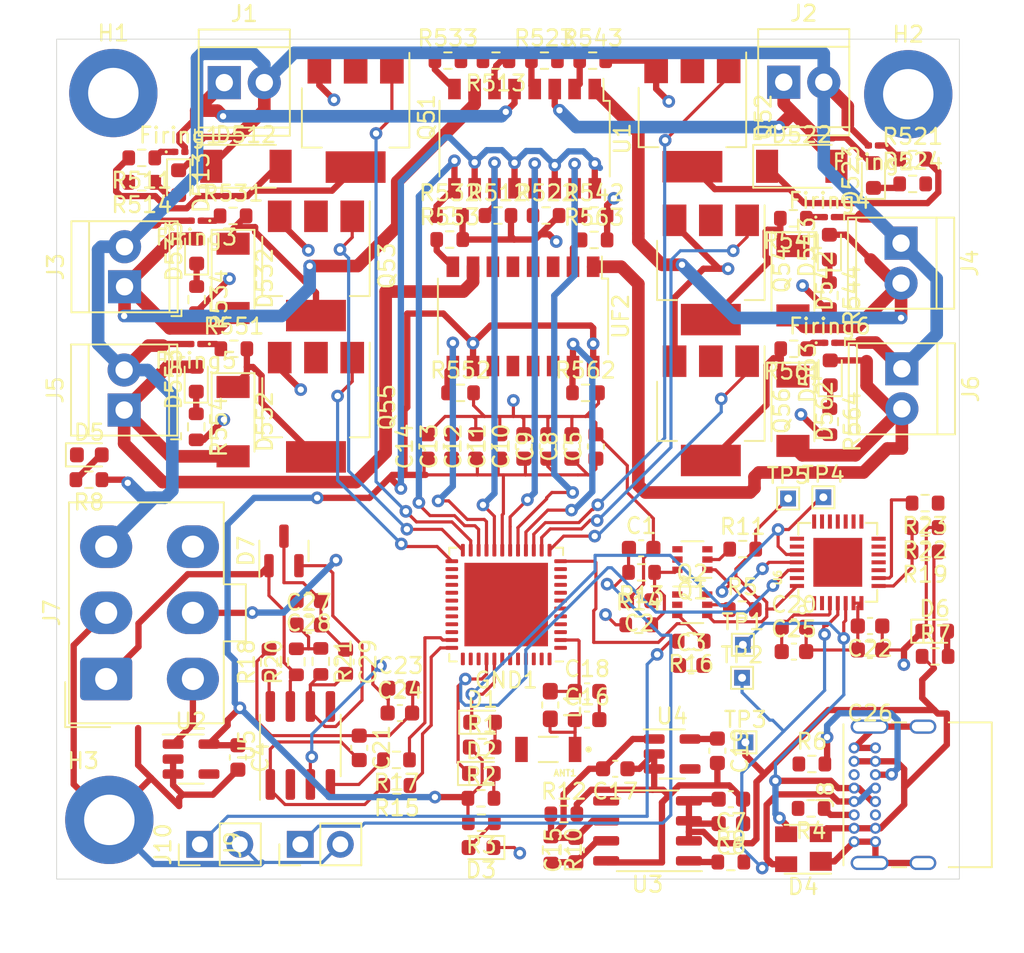
<source format=kicad_pcb>
(kicad_pcb (version 20211014) (generator pcbnew)
  (layers (0 "F.Cu" signal) (31 "B.Cu" signal) (34 "B.Paste" user) (35 "F.Paste" user) (36 "B.SilkS" user "B.Silkscreen") (37 "F.SilkS" user "F.Silkscreen") (38 "B.Mask" user) (39 "F.Mask" user) (44 "Edge.Cuts" user))
  (net 0 "")
  (net 1 "/DTR")
  (net 2 "/RTS")
  (net 3 "VBUS")
  (net 4 "/Data+")
  (net 5 "/Data-")
  (net 6 "/24V")
  (net 7 "Net-(D542-Pad2)")
  (net 8 "Net-(D532-Pad2)")
  (net 9 "Net-(D522-Pad2)")
  (net 10 "Net-(D512-Pad2)")
  (net 11 "/CAN_HIGH")
  (net 12 "GND")
  (net 13 "/CAN_RX")
  (net 14 "Net-(R17-Pad2)")
  (net 15 "Net-(R18-Pad1)")
  (net 16 "Net-(R19-Pad2)")
  (net 17 "Net-(C27-Pad1)")
  (net 18 "/CAN_LOW")
  (net 19 "Net-(Firing2-Pad1)")
  (net 20 "Net-(D532-Pad1)")
  (net 21 "Net-(Firing1-Pad1)")
  (net 22 "Net-(D512-Pad1)")
  (net 23 "/ematch/Cont1")
  (net 24 "Net-(R513-Pad1)")
  (net 25 "Net-(D513-Pad1)")
  (net 26 "Net-(Firing4-Pad1)")
  (net 27 "Net-(D522-Pad1)")
  (net 28 "/ematch/Cont2")
  (net 29 "Net-(R523-Pad1)")
  (net 30 "Net-(D523-Pad1)")
  (net 31 "+3V3")
  (net 32 "Net-(R23-Pad2)")
  (net 33 "/ematch/Cont3")
  (net 34 "Net-(R533-Pad1)")
  (net 35 "Net-(D533-Pad1)")
  (net 36 "Net-(Firing5-Pad1)")
  (net 37 "Net-(D542-Pad1)")
  (net 38 "/ematch/Cont4")
  (net 39 "Net-(R543-Pad1)")
  (net 40 "Net-(D543-Pad1)")
  (net 41 "Net-(Firing3-Pad1)")
  (net 42 "Net-(D552-Pad1)")
  (net 43 "/ematch/Cont5")
  (net 44 "Net-(D553-Pad1)")
  (net 45 "Net-(Firing6-Pad1)")
  (net 46 "Net-(D562-Pad1)")
  (net 47 "/ematch/Cont6")
  (net 48 "Net-(D563-Pad1)")
  (net 49 "Net-(D1-Pad2)")
  (net 50 "Net-(D2-Pad2)")
  (net 51 "Net-(D3-Pad2)")
  (net 52 "Net-(J8-PadA5)")
  (net 53 "Net-(Q2-Pad5)")
  (net 54 "Net-(J8-PadB5)")
  (net 55 "Net-(D6-Pad2)")
  (net 56 "+24V")
  (net 57 "Net-(D5-Pad2)")
  (net 58 "Net-(R9-Pad1)")
  (net 59 "Net-(C15-Pad2)")
  (net 60 "Net-(C15-Pad1)")
  (net 61 "Net-(Q1-Pad2)")
  (net 62 "/EN")
  (net 63 "Net-(C1-Pad1)")
  (net 64 "/CAN_TX")
  (net 65 "Net-(C21-Pad2)")
  (net 66 "/BOOT")
  (net 67 "Net-(C3-Pad1)")
  (net 69 "/3.3V")
  (net 70 "Net-(U2-Pad1)")
  (net 72 "/ematch/Nuke 2")
  (net 73 "/ematch/Nuke 1")
  (net 74 "/ematch/Nuke 4")
  (net 75 "/ematch/Nuke 6")
  (net 76 "/ematch/Nuke 5")
  (net 77 "/ematch/Nuke 3")
  (net 79 "/LNA_IN")
  (net 97 "/TXD")
  (net 98 "/RXD")
  (net 103 "Net-(ANT1-Pad1)")
  (net 124 "Net-(D552-Pad2)")
  (net 125 "Net-(R553-Pad1)")
  (net 126 "Net-(D562-Pad2)")
  (net 127 "Net-(R563-Pad1)")
  (net 128 "/Cont 5")
  (net 129 "/Cont 6")
  (net 130 "/Nuke 1")
  (net 131 "/Nuke 3")
  (net 132 "/Nuke 5")
  (net 133 "/Cont 3")
  (net 134 "/Nuke 6")
  (net 135 "/Cont 1")
  (net 136 "/Cont 2")
  (net 137 "/Cont 4")
  (net 138 "/Nuke 4")
  (net 139 "/Nuke 2")
  (footprint "iclr:ANT_AMCA31-2R450G-S1F-T3" (layer "F.Cu") (at 149.15 114.5778 180)
    (fp_text reference "ANT1")
    (fp_text value "AMCA31-2R450G-S1F-T3")
  )
  (footprint "Resistor_SMD:R_0603_1608Metric" (layer "F.Cu") (at 145.9606 80.6958)
    (fp_text reference "R512")
    (fp_text value "500")
  )
  (footprint "Resistor_SMD:R_0603_1608Metric" (layer "F.Cu") (at 120.015 97.4598 180)
    (fp_text reference "R8")
    (fp_text value "3.5k")
  )
  (footprint "Capacitor_SMD:C_0603_1608Metric" (layer "F.Cu") (at 150.9006 120.9616 90)
    (fp_text reference "C15")
    (fp_text value "0.1uF")
  )
  (footprint "Diode_SMD:D_0201_0603Metric" (layer "F.Cu") (at 126.7968 88.8492 180)
    (fp_text reference "Firing5")
    (fp_text value "D551")
  )
  (footprint "Connector_USB:USB_C_Receptacle_GCT_USB4085" (layer "F.Cu") (at 168.5506 120.4314 90)
    (fp_text reference "J8")
    (fp_text value "USB_C_Receptacle_USB2.0")
  )
  (footprint "Connector_PinHeader_2.54mm:PinHeader_1x02_P2.54mm_Vertical" (layer "F.Cu") (at 127.0458 120.5992 90)
    (fp_text reference "J10")
    (fp_text value "Conn_01x02_Male")
  )
  (footprint "Capacitor_SMD:C_0603_1608Metric" (layer "F.Cu") (at 139.7378 112.268)
    (fp_text reference "C24")
    (fp_text value "10uF")
  )
  (footprint "TestPoint:TestPoint_THTPad_1.0x1.0mm_Drill0.5mm" (layer "F.Cu") (at 164.3634 98.6536)
    (fp_text reference "TP5")
    (fp_text value "TestPoint")
  )
  (footprint "Resistor_SMD:R_0603_1608Metric" (layer "F.Cu") (at 165.87 115.5006)
    (fp_text reference "R6")
    (fp_text value "5.1k")
  )
  (footprint "LED_SMD:LED_0603_1608Metric" (layer "F.Cu") (at 169.7736 78.1558 90)
    (fp_text reference "D523")
    (fp_text value "Continuity")
  )
  (footprint "Capacitor_SMD:C_0603_1608Metric" (layer "F.Cu") (at 139.7762 110.6932)
    (fp_text reference "C23")
    (fp_text value "0.1uF")
  )
  (footprint "Package_TO_SOT_SMD:SOT-223" (layer "F.Cu") (at 134.4168 83.8962 -90)
    (fp_text reference "Q53")
    (fp_text value "PMV20ENR")
  )
  (footprint "TestPoint:TestPoint_THTPad_1.0x1.0mm_Drill0.5mm" (layer "F.Cu") (at 161.4424 110.0328)
    (fp_text reference "TP2")
    (fp_text value "TestPoint")
  )
  (footprint "Resistor_SMD:R_0603_1608Metric" (layer "F.Cu") (at 165.8192 118.32 180)
    (fp_text reference "R4")
    (fp_text value "5.1k")
  )
  (footprint "Capacitor_SMD:C_0603_1608Metric" (layer "F.Cu") (at 133.9596 105.1306 180)
    (fp_text reference "C28")
    (fp_text value "C_Small")
  )
  (footprint "Diode_SMD:D_0201_0603Metric" (layer "F.Cu") (at 169.7736 76.2508 180)
    (fp_text reference "Firing2")
    (fp_text value "D521")
  )
  (footprint "Resistor_SMD:R_0603_1608Metric" (layer "F.Cu") (at 145.8336 70.866 180)
    (fp_text reference "R513")
    (fp_text value "500")
  )
  (footprint "Package_TO_SOT_SMD:SOT-363_SC-70-6" (layer "F.Cu") (at 158.2826 105.3973)
    (fp_text reference "Q2")
    (fp_text value "MMDT2222A")
  )
  (footprint "Resistor_SMD:R_0603_1608Metric" (layer "F.Cu") (at 148.907 70.866)
    (fp_text reference "R523")
    (fp_text value "500")
  )
  (footprint "Capacitor_SMD:C_0603_1608Metric" (layer "F.Cu") (at 151.6138 112.6868)
    (fp_text reference "C16")
    (fp_text value "1.5pF")
  )
  (footprint "TerminalBlock_TE-Connectivity:TerminalBlock_TE_282834-2_1x02_P2.54mm_Horizontal" (layer "F.Cu") (at 122.2502 93.0402 90)
    (fp_text reference "J5")
    (fp_text value "Conn_01x02_Male")
  )
  (footprint "LED_SMD:LED_0603_1608Metric" (layer "F.Cu") (at 166.9796 82.7025 90)
    (fp_text reference "D543")
    (fp_text value "Continuity")
  )
  (footprint "Resistor_SMD:R_0603_1608Metric" (layer "F.Cu") (at 151.9682 70.866)
    (fp_text reference "R543")
    (fp_text value "500")
  )
  (footprint "Diode_SMD:D_0201_0603Metric" (layer "F.Cu") (at 167.005 88.773)
    (fp_text reference "Firing6")
    (fp_text value "D561")
  )
  (footprint "Diode_SMD:D_0201_0603Metric" (layer "F.Cu") (at 125.7808 76.6572)
    (fp_text reference "Firing1")
    (fp_text value "D511")
  )
  (footprint "Resistor_SMD:R_0603_1608Metric" (layer "F.Cu") (at 152.0566 82.2452)
    (fp_text reference "R563")
    (fp_text value "500")
  )
  (footprint "Connector_PinHeader_2.54mm:PinHeader_1x02_P2.54mm_Vertical" (layer "F.Cu") (at 133.4212 120.5992 90)
    (fp_text reference "J9")
    (fp_text value "Conn_01x02_Male")
  )
  (footprint "LED_SMD:LED_0603_1608Metric" (layer "F.Cu") (at 126.8222 91.0844 90)
    (fp_text reference "D553")
    (fp_text value "Continuity")
  )
  (footprint "Capacitor_SMD:C_0603_1608Metric" (layer "F.Cu") (at 158.2166 109.2454)
    (fp_text reference "C3")
    (fp_text value "1nF")
  )
  (footprint "Package_TO_SOT_SMD:SOT-223" (layer "F.Cu") (at 158.2928 74.4474 -90)
    (fp_text reference "Q52")
    (fp_text value "PMV20ENR")
  )
  (footprint "Resistor_SMD:R_0603_1608Metric" (layer "F.Cu") (at 173.6852 108.6739)
    (fp_text reference "R7")
    (fp_text value "470")
  )
  (footprint "Resistor_SMD:R_0603_1608Metric" (layer "F.Cu") (at 129.159 80.7212)
    (fp_text reference "R531")
    (fp_text value "1k")
  )
  (footprint "Package_SO:SOP-16_4.4x10.4mm_P1.27mm" (layer "F.Cu") (at 147.6502 75.819 -90)
    (fp_text reference "U1")
    (fp_text value "LTV-247")
  )
  (footprint "Capacitor_SMD:C_0603_1608Metric" (layer "F.Cu") (at 129.4638 115.0874 -90)
    (fp_text reference "C4")
    (fp_text value "4.7uF")
  )
  (footprint "Capacitor_SMD:C_0603_1608Metric" (layer "F.Cu") (at 153.3986 115.8054 180)
    (fp_text reference "C17")
    (fp_text value "10uF")
  )
  (footprint "Capacitor_SMD:C_0603_1608Metric" (layer "F.Cu") (at 133.9596 106.68)
    (fp_text reference "C27")
    (fp_text value "C")
  )
  (footprint "LED_SMD:LED_0603_1608Metric" (layer "F.Cu") (at 126.8476 82.9564 90)
    (fp_text reference "D533")
    (fp_text value "Continuity")
  )
  (footprint "Inductor_SMD:L_0603_1608Metric_Pad1.05x0.95mm_HandSolder" (layer "F.Cu") (at 149.277 111.7584 -90)
    (fp_text reference "L1")
    (fp_text value "LQG15WZ1N8B02D")
  )
  (footprint "Capacitor_SMD:C_0603_1608Metric" (layer "F.Cu") (at 160.7304 119.2852 180)
    (fp_text reference "C6")
    (fp_text value "10uF")
  )
  (footprint "Diode_SMD:D_SOD-128" (layer "F.Cu") (at 164.6682 84.836 -90)
    (fp_text reference "D542")
    (fp_text value "D_Schottky")
  )
  (footprint "Package_TO_SOT_SMD:SOT-23" (layer "F.Cu") (at 132.3848 101.981 90)
    (fp_text reference "D7")
    (fp_text value "SM712_SOT23")
  )
  (footprint "LED_SMD:LED_0603_1608Metric" (layer "F.Cu") (at 144.9832 112.8522)
    (fp_text reference "D1")
    (fp_text value "RX_LED")
  )
  (footprint "Package_TO_SOT_SMD:SOT-23-5" (layer "F.Cu") (at 126.492 115.189)
    (fp_text reference "U2")
    (fp_text value "LTC4411")
  )
  (footprint "Resistor_SMD:R_0603_1608Metric" (layer "F.Cu") (at 167.005 93.7768 -90)
    (fp_text reference "R564")
    (fp_text value "1k")
  )
  (footprint "MountingHole:MountingHole_3.2mm_M3_DIN965_Pad" (layer "F.Cu") (at 171.9834 72.9996)
    (fp_text reference "H2")
    (fp_text value "MountingHole_Pad")
  )
  (footprint "TestPoint:TestPoint_THTPad_1.0x1.0mm_Drill0.5mm" (layer "F.Cu") (at 166.5986 98.5774)
    (fp_text reference "TP4")
    (fp_text value "TestPoint")
  )
  (footprint "Capacitor_SMD:C_0603_1608Metric" (layer "F.Cu") (at 147.5994 95.3516 90)
    (fp_text reference "C10")
    (fp_text value "10uF")
  )
  (footprint "Package_TO_SOT_SMD:SOT-223" (layer "F.Cu") (at 159.4612 93.091 -90)
    (fp_text reference "Q56")
    (fp_text value "PMV20ENR")
  )
  (footprint "MountingHole:MountingHole_3.2mm_M3_DIN965_Pad" (layer "F.Cu") (at 121.3104 119.0498)
    (fp_text reference "H3")
    (fp_text value "MountingHole_Pad")
  )
  (footprint "Resistor_SMD:R_0603_1608Metric" (layer "F.Cu") (at 139.5476 116.8654 180)
    (fp_text reference "R15")
    (fp_text value "90")
  )
  (footprint "Resistor_SMD:R_0603_1608Metric" (layer "F.Cu") (at 129.2098 89.154)
    (fp_text reference "R551")
    (fp_text value "1k")
  )
  (footprint "Resistor_SMD:R_0603_1608Metric" (layer "F.Cu") (at 154.8892 106.6673)
    (fp_text reference "R14")
    (fp_text value "10K")
  )
  (footprint "Resistor_SMD:R_0603_1608Metric" (layer "F.Cu") (at 161.483 101.8667)
    (fp_text reference "R11")
    (fp_text value "10K")
  )
  (footprint "Capacitor_SMD:C_0603_1608Metric" (layer "F.Cu") (at 164.7314 106.8197)
    (fp_text reference "C20")
    (fp_text value "4.7uF")
  )
  (footprint "Capacitor_SMD:C_0603_1608Metric" (layer "F.Cu") (at 164.7314 108.3691)
    (fp_text reference "C25")
    (fp_text value "0.1uF")
  )
  (footprint "Resistor_SMD:R_0603_1608Metric" (layer "F.Cu") (at 160.7304 121.7236)
    (fp_text reference "R9")
    (fp_text value "100k")
  )
  (footprint "Resistor_SMD:R_0603_1608Metric" (layer "F.Cu") (at 172.2628 78.6892)
    (fp_text reference "R524")
    (fp_text value "1k")
  )
  (footprint "TerminalBlock_TE-Connectivity:TerminalBlock_TE_282834-2_1x02_P2.54mm_Horizontal" (layer "F.Cu") (at 122.2756 85.217 90)
    (fp_text reference "J3")
    (fp_text value "Conn_01x02_Male")
  )
  (footprint "Resistor_SMD:R_0603_1608Metric" (layer "F.Cu") (at 151.511 91.948)
    (fp_text reference "R562")
    (fp_text value "500")
  )
  (footprint "Package_DFN_QFN:QFN-48-1EP_7x7mm_P0.5mm_EP5.3x5.3mm" (layer "F.Cu") (at 146.4818 105.3846 180)
    (fp_text reference "GND1")
    (fp_text value "ESP32-PICO-D4")
  )
  (footprint "Package_SO:SOIC-8_3.9x4.9mm_P1.27mm" (layer "F.Cu") (at 133.4262 114.3254 90)
    (fp_text reference "U5")
    (fp_text value "SN65HVD230")
  )
  (footprint "Capacitor_SMD:C_0603_1608Metric" (layer "F.Cu") (at 151.6138 110.8948)
    (fp_text reference "C18")
    (fp_text value "1.2pF")
  )
  (footprint "TerminalBlock_TE-Connectivity:TerminalBlock_TE_282834-2_1x02_P2.54mm_Horizontal" (layer "F.Cu") (at 171.5262 82.4484 -90)
    (fp_text reference "J4")
    (fp_text value "Conn_01x02_Male")
  )
  (footprint "iclr:QFN28G_0.5-5X5MM" (layer "F.Cu") (at 167.513 102.7049 90)
    (property "VALUE" "CP2102-GMR-QFN28")
    (fp_text reference "U6")
    (fp_text value "INTERFACE-CP2102-GMR(QFN28)")
  )
  (footprint "Resistor_SMD:R_0603_1608Metric" (layer "F.Cu") (at 161.4576 105.7021)
    (fp_text reference "R5")
    (fp_text value "10K")
  )
  (footprint "Resistor_SMD:R_0603_1608Metric" (layer "F.Cu") (at 123.3678 77.0382 180)
    (fp_text reference "R511")
    (fp_text value "1k")
  )
  (footprint "Resistor_SMD:R_0603_1608Metric" (layer "F.Cu") (at 126.8222 94.107 -90)
    (fp_text reference "R554")
    (fp_text value "1k")
  )
  (footprint "LED_SMD:LED_0603_1608Metric" (layer "F.Cu") (at 167.0304 90.678 90)
    (fp_text reference "D563")
    (fp_text value "Continuity")
  )
  (footprint "Connector_Molex:Molex_Mini-Fit_Jr_5566-06A_2x03_P4.20mm_Vertical" (layer "F.Cu") (at 121.11024 110.10924 90)
    (fp_text reference "J7")
    (fp_text value "Conn_01x05_Male")
  )
  (footprint "Capacitor_SMD:C_0603_1608Metric" (layer "F.Cu") (at 136.2964 109.0168 -90)
    (fp_text reference "C29")
    (fp_text value "C_Small")
  )
  (footprint "Package_TO_SOT_SMD:SOT-223" (layer "F.Cu") (at 134.4168 92.8624 -90)
    (fp_text reference "Q55")
    (fp_text value "PMV20ENR")
  )
  (footprint "Capacitor_SMD:C_0603_1608Metric" (layer "F.Cu") (at 154.9146 105.1433 180)
    (fp_text reference "C2")
    (fp_text value "1nF")
  )
  (footprint "Capacitor_SMD:C_0603_1608Metric" (layer "F.Cu") (at 160.7304 117.7358 180)
    (fp_text reference "C7")
    (fp_text value "1uF")
  )
  (footprint "Resistor_SMD:R_0603_1608Metric" (layer "F.Cu") (at 173.0502 98.9457 180)
    (fp_text reference "R23")
    (fp_text value "4.7k")
  )
  (footprint "Resistor_SMD:R_0603_1608Metric" (layer "F.Cu") (at 142.7856 70.866)
    (fp_text reference "R533")
    (fp_text value "500")
  )
  (footprint "Resistor_SMD:R_0603_1608Metric" (layer "F.Cu") (at 164.6936 80.8736 180)
    (fp_text reference "R541")
    (fp_text value "1k")
  )
  (footprint "LED_SMD:LED_0603_1608Metric" (layer "F.Cu") (at 120.0404 95.885)
    (fp_text reference "D5")
    (fp_text value "24V_LED")
  )
  (footprint "Capacitor_SMD:C_0603_1608Metric" (layer "F.Cu") (at 155.0416 101.8159)
    (fp_text reference "C1")
    (fp_text value "1nF")
  )
  (footprint "Diode_SMD:D_SOD-128" (layer "F.Cu") (at 129.159 84.6836 -90)
    (fp_text reference "D532")
    (fp_text value "D_Schottky")
  )
  (footprint "Diode_SMD:D_SOD-128" (layer "F.Cu") (at 165.227 77.5716)
    (fp_text reference "D522")
    (fp_text value "D_Schottky")
  )
  (footprint "Capacitor_SMD:C_0603_1608Metric" (layer "F.Cu") (at 141.478 95.3516 90)
    (fp_text reference "C14")
    (fp_text value "0.1uF")
  )
  (footprint "Capacitor_SMD:C_0603_1608Metric" (layer "F.Cu") (at 143.0274 95.3516 90)
    (fp_text reference "C13")
    (fp_text value "0.1uF")
  )
  (footprint "Resistor_SMD:R_0603_1608Metric" (layer "F.Cu") (at 134.7216 108.9914 -90)
    (fp_text reference "R21")
    (fp_text value "R")
  )
  (footprint "Diode_SMD:D_0201_0603Metric" (layer "F.Cu") (at 166.9796 80.7974)
    (fp_text reference "Firing4")
    (fp_text value "D541")
  )
  (footprint "Package_TO_SOT_SMD:SOT-363_SC-70-6" (layer "F.Cu") (at 158.2928 102.5271 180)
    (fp_text reference "Q1")
    (fp_text value "MMDT2222A")
  )
  (footprint "LED_SMD:LED_0603_1608Metric" (layer "F.Cu") (at 125.7046 78.613 -90)
    (fp_text reference "D513")
    (fp_text value "Continuity")
  )
  (footprint "Resistor_SMD:R_0603_1608Metric" (layer "F.Cu") (at 126.8476 86.0298 -90)
    (fp_text reference "R534")
    (fp_text value "1k")
  )
  (footprint "Capacitor_SMD:C_0603_1608Metric" (layer "F.Cu") (at 169.5574 108.2675 180)
    (fp_text reference "C26")
    (fp_text value "0.1uF")
  )
  (footprint "TerminalBlock_TE-Connectivity:TerminalBlock_TE_282834-2_1x02_P2.54mm_Horizontal" (layer "F.Cu") (at 128.6002 72.263)
    (fp_text reference "J1")
    (fp_text value "Conn_01x02_Male")
  )
  (footprint "Capacitor_SMD:C_0603_1608Metric" (layer "F.Cu") (at 150.6474 95.3516 90)
    (fp_text reference "C8")
    (fp_text value "1uF")
  )
  (footprint "Resistor_SMD:R_0603_1608Metric" (layer "F.Cu") (at 142.9004 82.2198)
    (fp_text reference "R553")
    (fp_text value "500")
  )
  (footprint "Resistor_SMD:R_0603_1608Metric" (layer "F.Cu") (at 172.2628 77.1144)
    (fp_text reference "R521")
    (fp_text value "1k")
  )
  (footprint "Capacitor_SMD:C_0603_1608Metric" (layer "F.Cu") (at 152.1714 95.3516 90)
    (fp_text reference "C5")
    (fp_text value "0.1uF")
  )
  (footprint "Capacitor_SMD:C_0603_1608Metric" (layer "F.Cu") (at 169.5574 106.7435 180)
    (fp_text reference "C22")
    (fp_text value "1.0uF")
  )
  (footprint "Resistor_SMD:R_0603_1608Metric" (layer "F.Cu") (at 166.9796 85.7758 -90)
    (fp_text reference "R544")
    (fp_text value "1k")
  )
  (footprint "Resistor_SMD:R_0603_1608Metric" (layer "F.Cu") (at 158.2166 107.7087 180)
    (fp_text reference "R16")
    (fp_text value "470")
  )
  (footprint "Capacitor_SMD:C_0603_1608Metric" (layer "F.Cu") (at 144.5514 95.3516 90)
    (fp_text reference "C12")
    (fp_text value "0.1uF")
  )
  (footprint "Resistor_SMD:R_0603_1608Metric" (layer "F.Cu") (at 149.3258 120.9616 -90)
    (fp_text reference "R10")
    (fp_text value "147k")
  )
  (footprint "LED_SMD:LED_0603_1608Metric" (layer "F.Cu") (at 173.6598 107.0737)
    (fp_text reference "D6")
    (fp_text value "USB_LED")
  )
  (footprint "Resistor_SMD:R_0603_1608Metric" (layer "F.Cu") (at 149.0086 80.6958)
    (fp_text reference "R522")
    (fp_text value "500")
  )
  (footprint "Package_SO:SOP-16_4.4x10.4mm_P1.27mm" (layer "F.Cu") (at 147.5486 87.0966 -90)
    (fp_text reference "UF2")
    (fp_text value "LTV-247")
  )
  (footprint "Resistor_SMD:R_0603_1608Metric" (layer "F.Cu") (at 173.0502 100.4951 180)
    (fp_text reference "R22")
    (fp_text value "47k")
  )
  (footprint "LED_SMD:LED_0603_1608Metric" (layer "F.Cu") (at 144.8816 120.8024 180)
    (fp_text reference "D3")
    (fp_text value "PWR_LED")
  )
  (footprint "Resistor_SMD:R_0603_1608Metric" (layer "F.Cu") (at 142.8872 80.6958)
    (fp_text reference "R532")
    (fp_text value "500")
  )
  (footprint "Resistor_SMD:R_0603_1608Metric" (layer "F.Cu") (at 143.5862 91.948)
    (fp_text reference "R552")
    (fp_text value "500")
  )
  (footprint "Capacitor_SMD:C_0603_1608Metric" (layer "F.Cu") (at 149.1234 95.3516 90)
    (fp_text reference "C9")
    (fp_text value "100pF")
  )
  (footprint "Diode_SMD:D_SOD-128" (layer "F.Cu") (at 129.159 93.7768 -90)
    (fp_text reference "D552")
    (fp_text value "D_Schottky")
  )
  (footprint "Diode_SMD:D_0201_0603Metric" (layer "F.Cu") (at 126.8222 81.026 180)
    (fp_text reference "Firing3")
    (fp_text value "D531")
  )
  (footprint "Resistor_SMD:R_0603_1608Metric" (layer "F.Cu") (at 150.1386 118.6756)
    (fp_text reference "R12")
    (fp_text value "47k")
  )
  (footprint "Capacitor_SMD:C_0603_1608Metric" (layer "F.Cu") (at 146.0754 95.3516 90)
    (fp_text reference "C11")
    (fp_text value "1uF")
  )
  (footprint "TestPoint:TestPoint_THTPad_1.0x1.0mm_Drill0.5mm" (layer "F.Cu") (at 161.6536 114.129)
    (fp_text reference "TP3")
    (fp_text value "TestPoint")
  )
  (footprint "Capacitor_SMD:C_0603_1608Metric" (layer "F.Cu") (at 137.16 114.4778 -90)
    (fp_text reference "C21")
    (fp_text value "160pF")
  )
  (footprint "Resistor_SMD:R_0603_1608Metric" (layer "F.Cu") (at 164.719 89.154 180)
    (fp_text reference "R561")
    (fp_text value "1k")
  )
  (footprint "Resistor_SMD:R_0603_1608Metric" (layer "F.Cu") (at 144.8816 117.6782)
    (fp_text reference "R2")
    (fp_text value "470")
  )
  (footprint "Package_TO_SOT_SMD:SOT-23-5" (layer "F.Cu") (at 157.0054 114.8656)
    (fp_text reference "U4")
    (fp_text value "LTC4411")
  )
  (footprint "Resistor_SMD:R_0603_1608Metric" (layer "F.Cu") (at 123.3678 78.5876 180)
    (fp_text reference "R514")
    (fp_text value "1k")
  )
  (footprint "Resistor_SMD:R_0603_1608Metric" (layer "F.Cu") (at 131.445 109.0422 90)
    (fp_text reference "R18")
    (fp_text value "10k")
  )
  (footprint "Resistor_SMD:R_0603_1608Metric" (layer "F.Cu") (at 152.0566 80.6958)
    (fp_text reference "R542")
    (fp_text value "500")
  )
  (footprint "Capacitor_SMD:C_0603_1608Metric" (layer "F.Cu") (at 159.8756 114.6624 -90)
    (fp_text reference "C19")
    (fp_text value "4.7uF")
  )
  (footprint "Package_TO_SOT_SMD:SOT-223" (layer "F.Cu") (at 136.9314 74.4728 -90)
    (fp_text reference "Q51")
    (fp_text value "PMV20ENR")
  )
  (footprint "Resistor_SMD:R_0603_1608Metric" (layer "F.Cu") (at 144.9578 114.427)
    (fp_text reference "R1")
    (fp_text value "470")
  )
  (footprint "Diode_SMD:D_SOD-128" (layer "F.Cu") (at 164.6682 93.1164 -90)
    (fp_text reference "D562")
    (fp_text value "D_Schottky")
  )
  (footprint "MountingHole:MountingHole_3.2mm_M3_DIN965_Pad" (layer "F.Cu") (at 121.5644 72.9234)
    (fp_text reference "H1")
    (fp_text value "MountingHole_Pad")
  )
  (footprint "Resistor_SMD:R_0603_1608Metric" (layer "F.Cu") (at 155.067 103.3399 180)
    (fp_text reference "R13")
    (fp_text value "470")
  )
  (footprint "LED_SMD:LED_0603_1608Metric" (layer "F.Cu") (at 144.9071 116.1034)
    (fp_text reference "D2")
    (fp_text value "TX_LED")
  )
  (footprint "Resistor_SMD:R_0603_1608Metric" (layer "F.Cu") (at 139.5222 115.2398 180)
    (fp_text reference "R17")
    (fp_text value "90")
  )
  (footprint "Resistor_SMD:R_0603_1608Metric" (layer "F.Cu") (at 133.1722 109.0168 90)
    (fp_text reference "R20")
    (fp_text value "R")
  )
  (footprint "Diode_SMD:D_SOD-128" (layer "F.Cu") (at 129.9718 77.5716)
    (fp_text reference "D512")
    (fp_text value "D_Schottky")
  )
  (footprint "Resistor_SMD:R_0603_1608Metric" (layer "F.Cu") (at 173.0502 102.0445 180)
    (fp_text reference "R19")
    (fp_text value "24k")
  )
  (footprint "TestPoint:TestPoint_THTPad_1.0x1.0mm_Drill0.5mm" (layer "F.Cu") (at 161.4932 107.9373)
    (fp_text reference "TP1")
    (fp_text value "TestPoint")
  )
  (footprint "TerminalBlock_TE-Connectivity:TerminalBlock_TE_282834-2_1x02_P2.54mm_Horizontal" (layer "F.Cu") (at 171.577 90.424 -90)
    (fp_text reference "J6")
    (fp_text value "Conn_01x02_Male")
  )
  (footprint "Package_TO_SOT_SMD:SOT-223" (layer "F.Cu") (at 159.4612 84.1502 -90)
    (fp_text reference "Q54")
    (fp_text value "PMV20ENR")
  )
  (footprint "Package_SO:SOP-8_3.9x4.9mm_P1.27mm" (layer "F.Cu") (at 155.4472 119.7424 180)
    (fp_text reference "U3")
    (fp_text value "RT9025-25GSP")
  )
  (footprint "TerminalBlock_TE-Connectivity:TerminalBlock_TE_282834-2_1x02_P2.54mm_Horizontal" (layer "F.Cu") (at 164.084 72.2376)
    (fp_text reference "J2")
    (fp_text value "Conn_01x02_Male")
  )
  (footprint "Resistor_SMD:R_0603_1608Metric" (layer "F.Cu") (at 144.907 119.2276 180)
    (fp_text reference "R3")
    (fp_text value "470")
  )
  (footprint "Package_TO_SOT_SMD:SOT-143" (layer "F.Cu") (at 165.3366 120.9108 180)
    (fp_text reference "D4")
    (fp_text value "SP0503BAHT")
  )
  (gr_rect (start 117.968 69.5047) (end 175.2248 122.8067) (layer "Edge.Cuts") (width 0.05) (fill none))
  (segment (start 161.0512 103.1235) (end 162.308 101.8667) (width 0.2) (layer "F.Cu") (net 1))
  (segment (start 162.38488 104.92758) (end 161.0512 103.5939) (width 0.2) (layer "F.Cu") (net 1))
  (segment (start 162.689507 106.47662) (end 163.007 106.159127) (width 0.2) (layer "F.Cu") (net 1))
  (segment (start 162.689507 104.92758) (end 162.38488 104.92758) (width 0.2) (layer "F.Cu") (net 1))
  (segment (start 164.3634 98.6536) (end 162.308 100.709) (width 0.2) (layer "F.Cu") (net 1))
  (segment (start 163.007 105.6665) (end 163.007 105.245073) (width 0.2) (layer "F.Cu") (net 1))
  (segment (start 159.66192 106.47662) (end 162.689507 106.47662) (width 0.2) (layer "F.Cu") (net 1))
  (segment (start 162.308 100.709) (end 162.308 101.8667) (width 0.2) (layer "F.Cu") (net 1))
  (segment (start 159.2326 106.0473) (end 159.66192 106.47662) (width 0.2) (layer "F.Cu") (net 1))
  (segment (start 161.0512 103.5939) (end 161.0512 103.1235) (width 0.2) (layer "F.Cu") (net 1))
  (segment (start 163.007 105.6665) (end 163.4614 105.6665) (width 0.2) (layer "F.Cu") (net 1))
  (segment (start 163.007 105.245073) (end 162.689507 104.92758) (width 0.2) (layer "F.Cu") (net 1))
  (segment (start 163.007 106.159127) (end 163.007 105.6665) (width 0.2) (layer "F.Cu") (net 1))
  (segment (start 163.4614 105.6665) (end 164.923 104.2049) (width 0.2) (layer "F.Cu") (net 1))
  (segment (start 164.4015 100.6221) (end 166.4462 98.5774) (width 0.2) (layer "F.Cu") (net 2))
  (segment (start 163.7284 101.686322) (end 163.7284 100.6221) (width 0.2) (layer "F.Cu") (net 2))
  (segment (start 160.2232 104.5591) (end 160.1724 104.5591) (width 0.2) (layer "F.Cu") (net 2))
  (segment (start 166.4462 98.5774) (end 166.5986 98.5774) (width 0.2) (layer "F.Cu") (net 2))
  (segment (start 160.6814 104.1009) (end 160.2232 104.5591) (width 0.2) (layer "F.Cu") (net 2))
  (segment (start 163.7284 100.6221) (end 164.4015 100.6221) (width 0.2) (layer "F.Cu") (net 2))
  (segment (start 159.2428 103.1771) (end 159.7576 103.1771) (width 0.2) (layer "F.Cu") (net 2))
  (segment (start 164.923 102.2049) (end 164.246978 102.2049) (width 0.2) (layer "F.Cu") (net 2))
  (segment (start 164.246978 102.2049) (end 163.7284 101.686322) (width 0.2) (layer "F.Cu") (net 2))
  (segment (start 159.7576 103.1771) (end 160.6814 104.1009) (width 0.2) (layer "F.Cu") (net 2))
  (segment (start 160.6814 104.1009) (end 162.2826 105.7021) (width 0.2) (layer "F.Cu") (net 2))
  (via (at 160.1724 104.5591) (size 0.8) (drill 0.4) (layers "F.Cu" "B.Cu") (net 2))
  (via (at 163.7284 100.6221) (size 0.8) (drill 0.4) (layers "F.Cu" "B.Cu") (net 2))
  (segment (start 160.1724 104.1781) (end 163.7284 100.6221) (width 0.2) (layer "B.Cu") (net 2))
  (segment (start 160.1724 104.5591) (end 160.1724 104.1781) (width 0.2) (layer "B.Cu") (net 2))
  (segment (start 159.7144 120.5298) (end 158.9944 119.8098) (width 0.4) (layer "F.Cu") (net 3))
  (segment (start 173.634776 112.079224) (end 166.916096 112.079224) (width 0.4) (layer "F.Cu") (net 3))
  (segment (start 173.8752 102.0445) (end 173.60932 102.31038) (width 0.2) (layer "F.Cu") (net 3))
  (segment (start 174.4298 112.3002) (end 173.855751 112.3002) (width 0.4) (layer "F.Cu") (net 3))
  (segment (start 158.0722 119.1074) (end 158.0722 117.8374) (width 0.4) (layer "F.Cu") (net 3))
  (segment (start 171.724111 118.079289) (end 170.222 119.5814) (width 0.4) (layer "F.Cu") (net 3))
  (segment (start 162.0854 120.5298) (end 159.7144 120.5298) (width 0.4) (layer "F.Cu") (net 3))
  (segment (start 169.9006 115.3314) (end 171.22568 115.3314) (width 0.4) (layer "F.Cu") (net 3))
  (segment (start 162.35492 120.26028) (end 162.0854 120.5298) (width 0.4) (layer "F.Cu") (net 3))
  (segment (start 158.0722 120.3774) (end 158.0722 119.8098) (width 0.4) (layer "F.Cu") (net 3))
  (segment (start 171.22568 115.3314) (end 171.724111 115.829831) (width 0.4) (layer "F.Cu") (net 3))
  (segment (start 166.916096 112.079224) (end 162.85356 116.14176) (width 0.4) (layer "F.Cu") (net 3))
  (segment (start 171.724111 116.985911) (end 174.4298 114.280222) (width 0.4) (layer "F.Cu") (net 3))
  (segment (start 173.60932 109.42302) (end 172.8602 108.6739) (width 0.2) (layer "F.Cu") (net 3))
  (segment (start 168.5506 119.5814) (end 166.816 119.5814) (width 0.4) (layer "F.Cu") (net 3))
  (segment (start 159.9554 119.2852) (end 158.25 119.2852) (width 0.4) (layer "F.Cu") (net 3))
  (segment (start 168.5506 115.3314) (end 169.9006 115.3314) (width 0.4) (layer "F.Cu") (net 3))
  (segment (start 174.4298 114.280222) (end 174.4298 112.3002) (width 0.4) (layer "F.Cu") (net 3))
  (segment (start 172.8682 111.312648) (end 172.8682 110.16414) (width 0.4) (layer "F.Cu") (net 3))
  (segment (start 166.816 119.5814) (end 166.4366 119.9608) (width 0.4) (layer "F.Cu") (net 3))
  (segment (start 173.60932 102.31038) (end 173.60932 109.42302) (width 0.2) (layer "F.Cu") (net 3))
  (segment (start 159.9554 117.7358) (end 158.1738 117.7358) (width 0.4) (layer "F.Cu") (net 3))
  (segment (start 162.35492 116.6404) (end 162.35492 120.26028) (width 0.4) (layer "F.Cu") (net 3))
  (segment (start 162.85356 116.14176) (end 161.6536 114.9418) (width 0.4) (layer "F.Cu") (net 3))
  (segment (start 173.855751 112.3002) (end 173.634776 112.079224) (width 0.4) (layer "F.Cu") (net 3))
  (segment (start 161.6536 114.9418) (end 161.6536 114.129) (width 0.4) (layer "F.Cu") (net 3))
  (segment (start 158.0722 119.8098) (end 158.0722 119.1074) (width 0.4) (layer "F.Cu") (net 3))
  (segment (start 171.724111 115.829831) (end 171.724111 116.985911) (width 0.4) (layer "F.Cu") (net 3))
  (segment (start 158.9944 119.8098) (end 158.0722 119.8098) (width 0.4) (layer "F.Cu") (net 3))
  (segment (start 173.61732 112.061768) (end 173.634776 112.079224) (width 0.2) (layer "F.Cu") (net 3))
  (segment (start 162.85356 116.14176) (end 162.35492 116.6404) (width 0.4) (layer "F.Cu") (net 3))
  (segment (start 172.8682 110.16414) (end 173.60932 109.42302) (width 0.4) (layer "F.Cu") (net 3))
  (segment (start 158.1738 117.7358) (end 158.0722 117.8374) (width 0.4) (layer "F.Cu") (net 3))
  (segment (start 170.222 119.5814) (end 169.9006 119.5814) (width 0.4) (layer "F.Cu") (net 3))
  (segment (start 173.634776 112.079224) (end 172.8682 111.312648) (width 0.4) (layer "F.Cu") (net 3))
  (segment (start 158.25 119.2852) (end 158.0722 119.1074) (width 0.4) (layer "F.Cu") (net 3))
  (segment (start 171.724111 116.985911) (end 171.724111 118.079289) (width 0.4) (layer "F.Cu") (net 3))
  (segment (start 168.5506 119.5814) (end 169.9006 119.5814) (width 0.4) (layer "F.Cu") (net 3))
  (segment (start 166.624 106.7181) (end 166.624 106.8959) (width 0.2) (layer "F.Cu") (net 4))
  (segment (start 167.078049 117.431) (end 163.6602 117.431) (width 0.4) (layer "F.Cu") (net 4))
  (segment (start 166.624 106.8959) (end 166.5478 106.9721) (width 0.2) (layer "F.Cu") (net 4))
  (segment (start 167.298914 106.250014) (end 166.830828 106.7181) (width 0.2) (layer "F.Cu") (net 4))
  (segment (start 162.9998 121.495) (end 163.1776 121.6728) (width 0.4) (layer "F.Cu") (net 4))
  (segment (start 163.1776 121.6728) (end 163.3656 121.8608) (width 0.4) (layer "F.Cu") (net 4))
  (segment (start 162.9998 118.0914) (end 162.9998 121.495) (width 0.4) (layer "F.Cu") (net 4))
  (segment (start 163.6602 117.431) (end 162.9998 118.0914) (width 0.4) (layer "F.Cu") (net 4))
  (segment (start 166.5478 107.1499) (end 166.6748 107.2769) (width 0.2) (layer "F.Cu") (net 4))
  (segment (start 163.1776 121.6728) (end 162.7458 122.1046) (width 0.4) (layer "F.Cu") (net 4))
  (segment (start 166.830828 106.7181) (end 166.624 106.7181) (width 0.2) (layer "F.Cu") (net 4))
  (segment (start 163.3656 121.8608) (end 164.2366 121.8608) (width 0.4) (layer "F.Cu") (net 4))
  (segment (start 167.528449 117.8814) (end 167.078049 117.431) (width 0.4) (layer "F.Cu") (net 4))
  (segment (start 166.5478 106.9721) (end 166.5478 107.1499) (width 0.2) (layer "F.Cu") (net 4))
  (segment (start 168.5506 117.8814) (end 167.528449 117.8814) (width 0.4) (layer "F.Cu") (net 4))
  (segment (start 167.513 105.2949) (end 167.513 106.035928) (width 0.2) (layer "F.Cu") (net 4))
  (segment (start 162.7458 122.1046) (end 162.7204 122.1046) (width 0.4) (layer "F.Cu") (net 4))
  (segment (start 167.513 106.035928) (end 167.298914 106.250014) (width 0.2) (layer "F.Cu") (net 4))
  (via (at 162.7204 122.1046) (size 0.8) (drill 0.4) (layers "F.Cu" "B.Cu") (net 4))
  (via (at 166.6748 107.2769) (size 0.8) (drill 0.4) (layers "F.Cu" "B.Cu") (net 4))
  (segment (start 163.203 112.7193) (end 161.4424 110.9587) (width 0.2) (layer "B.Cu") (net 4))
  (segment (start 166.6748 110.817822) (end 166.6828 110.825822) (width 0.2) (layer "B.Cu") (net 4))
  (segment (start 163.203 112.7193) (end 163.3808 112.7193) (width 0.2) (layer "B.Cu") (net 4))
  (segment (start 161.425 120.8092) (end 162.7204 122.1046) (width 0.2) (layer "B.Cu") (net 4))
  (segment (start 161.425 116.083622) (end 161.425 120.8092) (width 0.2) (layer "B.Cu") (net 4))
  (segment (start 163.3808 112.7193) (end 164.085061 113.423561) (width 0.2) (layer "B.Cu") (net 4))
  (segment (start 168.84063 117.8814) (end 168.5506 117.8814) (width 0.4) (layer "B.Cu") (net 4))
  (segment (start 161.4424 110.9587) (end 161.4424 110.0328) (width 0.2) (layer "B.Cu") (net 4))
  (segment (start 166.6828 110.825822) (end 164.085061 113.423561) (width 0.2) (layer "B.Cu") (net 4))
  (segment (start 169.69063 117.0314) (end 168.84063 117.8814) (width 0.4) (layer "B.Cu") (net 4))
  (segment (start 164.085061 113.423561) (end 161.425 116.083622) (width 0.2) (layer "B.Cu") (net 4))
  (segment (start 166.6748 107.2769) (end 166.6748 110.817822) (width 0.2) (layer "B.Cu") (net 4))
  (segment (start 169.9006 117.0314) (end 169.69063 117.0314) (width 0.4) (layer "B.Cu") (net 4))
  (segment (start 167.892474 107.529981) (end 167.892474 106.516426) (width 0.2) (layer "F.Cu") (net 5))
  (segment (start 167.526299 117.0314) (end 167.062299 116.5674) (width 0.4) (layer "F.Cu") (net 5))
  (segment (start 167.892474 106.516426) (end 168.013 106.3959) (width 0.2) (layer "F.Cu") (net 5))
  (segment (start 168.84063 117.0314) (end 169.69063 117.8814) (width 0.4) (layer "F.Cu") (net 5))
  (segment (start 168.013 106.3959) (end 168.013 105.2949) (width 0.2) (layer "F.Cu") (net 5))
  (segment (start 164.2366 119.3536) (end 163.8126 118.9296) (width 0.4) (layer "F.Cu") (net 5))
  (segment (start 164.2366 119.9608) (end 164.2366 119.3536) (width 0.4) (layer "F.Cu") (net 5))
  (segment (start 167.062299 116.5674) (end 163.5586 116.5674) (width 0.4) (layer "F.Cu") (net 5))
  (segment (start 169.69063 117.8814) (end 169.9006 117.8814) (width 0.4) (layer "F.Cu") (net 5))
  (segment (start 168.5506 117.0314) (end 168.84063 117.0314) (width 0.4) (layer "F.Cu") (net 5))
  (segment (start 168.5506 117.0314) (end 167.526299 117.0314) (width 0.4) (layer "F.Cu") (net 5))
  (via (at 163.8126 118.9296) (size 0.8) (drill 0.4) (layers "F.Cu" "B.Cu") (net 5))
  (via (at 163.5586 116.5674) (size 0.8) (drill 0.4) (layers "F.Cu" "B.Cu") (net 5))
  (via (at 167.892474 107.529981) (size 0.8) (drill 0.4) (layers "F.Cu" "B.Cu") (net 5))
  (segment (start 163.5586 116.5674) (end 163.5586 118.6756) (width 0.4) (layer "B.Cu") (net 5))
  (segment (start 167.892474 111.099926) (end 167.900474 111.107926) (width 0.2) (layer "B.Cu") (net 5))
  (segment (start 163.5586 115.4498) (end 163.5586 116.5674) (width 0.2) (layer "B.Cu") (net 5))
  (segment (start 167.892474 107.529981) (end 167.892474 111.099926) (width 0.2) (layer "B.Cu") (net 5))
  (segment (start 162.853111 106.577389) (end 161.4932 107.9373) (width 0.2) (layer "B.Cu") (net 5))
  (segment (start 166.964548 106.577389) (end 162.853111 106.577389) (width 0.2) (layer "B.Cu") (net 5))
  (segment (start 167.900474 111.107926) (end 163.5586 115.4498) (width 0.2) (layer "B.Cu") (net 5))
  (segment (start 163.5586 118.6756) (end 163.8126 118.9296) (width 0.4) (layer "B.Cu") (net 5))
  (segment (start 167.892474 107.529981) (end 167.892474 107.505315) (width 0.2) (layer "B.Cu") (net 5))
  (segment (start 167.892474 107.505315) (end 166.964548 106.577389) (width 0.2) (layer "B.Cu") (net 5))
  (segment (start 131.1402 72.263) (end 131.1402 74) (width 0.8) (layer "F.Cu") (net 6))
  (segment (start 125.868927 77.8255) (end 126.73032 76.964107) (width 0.4) (layer "F.Cu") (net 6))
  (segment (start 169.4536 76.2508) (end 169.4434 76.2508) (width 0.4) (layer "F.Cu") (net 6))
  (segment (start 167.325 88.773) (end 168.91892 88.773) (width 0.4) (layer "F.Cu") (net 6))
  (segment (start 126.73032 76.964107) (end 126.73032 76.31728) (width 0.4) (layer "F.Cu") (net 6))
  (segment (start 169.90952 88.75652) (end 168.9354 88.75652) (width 0.8) (layer "F.Cu") (net 6))
  (segment (start 129.4306 75.7096) (end 129.4306 75.9128) (width 0.4) (layer "F.Cu") (net 6))
  (segment (start 169.8244 80.7466) (end 169.0116 80.7466) (width 0.8) (layer "F.Cu") (net 6))
  (segment (start 120.84 97.4598) (end 122.2756 97.4598) (width 0.4) (layer "F.Cu") (net 6))
  (segment (start 131.1402 74) (end 129.4306 75.7096) (width 0.8) (layer "F.Cu") (net 6))
  (segment (start 127.338 75.7096) (end 129.4306 75.7096) (width 0.4) (layer "F.Cu") (net 6))
  (segment (start 122.2502 90.5002) (end 123.7996 88.9508) (width 0.8) (layer "F.Cu") (net 6))
  (segment (start 171.577 90.424) (end 169.90952 88.75652) (width 0.8) (layer "F.Cu") (net 6))
  (segment (start 126.5022 81.026) (end 124.333 81.026) (width 0.4) (layer "F.Cu") (net 6))
  (segment (start 168.148 73.7616) (end 168.148 74.9554) (width 0.8) (layer "F.Cu") (net 6))
  (segment (start 124.8156 88.8492) (end 124.714 88.9508) (width 0.4) (layer "F.Cu") (net 6))
  (segment (start 123.825 81.1276) (end 124.2314 81.1276) (width 0.8) (layer "F.Cu") (net 6))
  (segment (start 166.624 72.2376) (end 168.148 73.7616) (width 0.8) (layer "F.Cu") (net 6))
  (segment (start 171.5262 82.4484) (end 169.8244 80.7466) (width 0.8) (layer "F.Cu") (net 6))
  (segment (start 124.333 81.026) (end 124.2314 81.1276) (width 0.4) (layer "F.Cu") (net 6))
  (segment (start 129.4306 75.9128) (end 127.7718 77.5716) (width 0.4) (layer "F.Cu") (net 6))
  (segment (start 122.2756 82.677) (end 123.825 81.1276) (width 0.8) (layer "F.Cu") (net 6))
  (segment (start 168.91892 88.773) (end 168.9354 88.75652) (width 0.4) (layer "F.Cu") (net 6))
  (segment (start 126.4768 88.8492) (end 124.8156 88.8492) (width 0.4) (layer "F.Cu") (net 6))
  (segment (start 123.7996 88.9508) (end 124.714 88.9508) (width 0.8) (layer "F.Cu") (net 6))
  (segment (start 125.7046 77.8255) (end 125.868927 77.8255) (width 0.4) (layer "F.Cu") (net 6))
  (segment (start 169.4434 76.2508) (end 168.148 74.9554) (width 0.4) (layer "F.Cu") (net 6))
  (segment (start 168.9608 80.7974) (end 169.0116 80.7466) (width 0.4) (layer "F.Cu") (net 6))
  (segment (start 167.2996 80.7974) (end 168.9608 80.7974) (width 0.4) (layer "F.Cu") (net 6))
  (segment (start 126.73032 76.31728) (end 127.338 75.7096) (width 0.4) (layer "F.Cu") (net 6))
  (segment (start 122.2756 97.4598) (end 122.4788 97.663) (width 0.4) (layer "F.Cu") (net 6))
  (via (at 122.4788 97.663) (size 0.8) (drill 0.4) (layers "F.Cu" "B.Cu") (net 6))
  (segment (start 126.873 78.0796) (end 126.873 70.7136) (width 0.8) (layer "B.Cu") (net 6))
  (segment (start 166.624 70.42222) (end 166.624 72.2376) (width 0.8) (layer "B.Cu") (net 6))
  (segment (start 120.5992 82.868476) (end 120.5992 88.8492) (width 0.8) (layer "B.Cu") (net 6))
  (segment (start 173.7868 84.709) (end 173.7868 88.2142) (width 0.8) (layer "B.Cu") (net 6))
  (segment (start 124.1552 98.6028) (end 123.4186 98.6028) (width 0.8) (layer "B.Cu") (net 6))
  (segment (start 166.624 77.5462) (end 171.5262 82.4484) (width 0.8) (layer "B.Cu") (net 6))
  (segment (start 123.4186 98.6028) (end 122.4788 97.663) (width 0.8) (layer "B.Cu") (net 6))
  (segment (start 127.1524 70.4342) (end 130.4544 70.4342) (width 0.8) (layer "B.Cu") (net 6))
  (segment (start 130.4544 70.4342) (end 131.1402 71.12) (width 0.8) (layer "B.Cu") (net 6))
  (segment (start 171.5262 82.4484) (end 173.7868 84.709) (width 0.8) (layer "B.Cu") (net 6))
  (segment (start 120.5992 88.8492) (end 122.2502 90.5002) (width 0.8) (layer "B.Cu") (net 6))
  (segment (start 121.11024 101.70924) (end 121.11024 101.64776) (width 0.8) (layer "B.Cu") (net 6))
  (segment (start 123.735124 90.5002) (end 122.2502 90.5002) (width 0.8) (layer "B.Cu") (net 6))
  (segment (start 120.790676 82.677) (end 120.5992 82.868476) (width 0.8) (layer "B.Cu") (net 6))
  (segment (start 173.7868 88.2142) (end 171.577 90.424) (width 0.8) (layer "B.Cu") (net 6))
  (segment (start 166.624 72.2376) (end 166.624 77.5462) (width 0.8) (layer "B.Cu") (net 6))
  (segment (start 121.11024 101.64776) (end 124.1552 98.6028) (width 0.8) (layer "B.Cu") (net 6))
  (segment (start 131.1402 72.263) (end 133.03178 70.37142) (width 0.8) (layer "B.Cu") (net 6))
  (segment (start 166.5732 70.37142) (end 166.624 70.42222) (width 0.8) (layer "B.Cu") (net 6))
  (segment (start 124.841 98.6028) (end 125.30632 98.13748) (width 0.8) (layer "B.Cu") (net 6))
  (segment (start 122.2756 82.677) (end 126.873 78.0796) (width 0.8) (layer "B.Cu") (net 6))
  (segment (start 133.03178 70.37142) (end 166.5732 70.37142) (width 0.8) (layer "B.Cu") (net 6))
  (segment (start 126.873 70.7136) (end 127.1524 70.4342) (width 0.8) (layer "B.Cu") (net 6))
  (segment (start 124.841 98.6028) (end 124.1552 98.6028) (width 0.8) (layer "B.Cu") (net 6))
  (segment (start 125.30632 92.071396) (end 123.735124 90.5002) (width 0.8) (layer "B.Cu") (net 6))
  (segment (start 122.2756 82.677) (end 120.790676 82.677) (width 0.8) (layer "B.Cu") (net 6))
  (segment (start 125.30632 98.13748) (end 125.30632 92.071396) (width 0.8) (layer "B.Cu") (net 6))
  (segment (start 131.1402 71.12) (end 131.1402 72.263) (width 0.8) (layer "B.Cu") (net 6))
  (segment (start 171.0944 84.9884) (end 169.5958 83.4898) (width 0.8) (layer "F.Cu") (net 7))
  (segment (start 165.3892 87.757) (end 164.6682 87.036) (width 0.8) (layer "F.Cu") (net 7))
  (segment (start 154.8638 81.8388) (end 154.8638 82.3214) (width 0.8) (layer "F.Cu") (net 7))
  (segment (start 171.5262 84.9884) (end 171.0944 84.9884) (width 0.8) (layer "F.Cu") (net 7))
  (segment (start 171.5262 84.9884) (end 168.7576 87.757) (width 0.8) (layer "F.Cu") (net 7))
  (segment (start 154.8638 75.4326) (end 154.8638 81.8388) (width 0.8) (layer "F.Cu") (net 7))
  (segment (start 171.5262 84.9884) (end 171.5262 87.1982) (width 0.8) (layer "F.Cu") (net 7))
  (segment (start 166.9796 81.915) (end 168.021 81.915) (width 0.4) (layer "F.Cu") (net 7))
  (segment (start 152.1002 72.669) (end 154.8638 75.4326) (width 0.8) (layer "F.Cu") (net 7))
  (segment (start 168.7576 87.757) (end 165.3892 87.757) (width 0.8) (layer "F.Cu") (net 7))
  (segment (start 154.8638 82.3214) (end 156.3624 83.82) (width 0.8) (layer "F.Cu") (net 7))
  (segment (start 156.3624 83.82) (end 157.6324 83.82) (width 0.8) (layer "F.Cu") (net 7))
  (segment (start 168.021 81.915) (end 169.5958 83.4898) (width 0.4) (layer "F.Cu") (net 7))
  (via (at 157.6324 83.82) (size 0.8) (drill 0.4) (layers "F.Cu" "B.Cu") (net 7))
  (via (at 171.5262 87.1982) (size 0.8) (drill 0.4) (layers "F.Cu" "B.Cu") (net 7))
  (segment (start 161.0106 87.1982) (end 171.5262 87.1982) (width 0.8) (layer "B.Cu") (net 7))
  (segment (start 157.6324 83.82) (end 161.0106 87.1982) (width 0.8) (layer "B.Cu") (net 7))
  (segment (start 125.14152 87.85432) (end 128.18828 87.85432) (width 0.8) (layer "F.Cu") (net 8))
  (segment (start 139.573 81.3816) (end 139.573 78.545222) (width 0.8) (layer "F.Cu") (net 8))
  (segment (start 122.2756 85.217) (end 122.5042 85.217) (width 0.8) (layer "F.Cu") (net 8))
  (segment (start 125.3237 82.1689) (end 126.8476 82.1689) (width 0.8) (layer "F.Cu") (net 8))
  (segment (start 122.5042 85.217) (end 125.14152 87.85432) (width 0.8) (layer "F.Cu") (net 8))
  (segment (start 128.18828 87.85432) (end 129.159 86.8836) (width 0.8) (layer "F.Cu") (net 8))
  (segment (start 122.2756 87.0458) (end 122.2502 87.0712) (width 0.8) (layer "F.Cu") (net 8))
  (segment (start 122.2756 85.217) (end 125.3237 82.1689) (width 0.8) (layer "F.Cu") (net 8))
  (segment (start 134.017204 83.90165) (end 137.05295 83.90165) (width 0.8) (layer "F.Cu") (net 8))
  (segment (start 137.05295 83.90165) (end 139.573 81.3816) (width 0.8) (layer "F.Cu") (net 8))
  (segment (start 139.573 78.545222) (end 144.4802 73.638022) (width 0.8) (layer "F.Cu") (net 8))
  (segment (start 144.4802 73.638022) (end 144.4802 72.669) (width 0.8) (layer "F.Cu") (net 8))
  (segment (start 122.2756 85.217) (end 122.2756 87.0458) (width 0.8) (layer "F.Cu") (net 8))
  (via (at 134.017204 83.90165) (size 0.8) (drill 0.4) (layers "F.Cu" "B.Cu") (net 8))
  (via (at 122.2502 87.0712) (size 0.8) (drill 0.4) (layers "F.Cu" "B.Cu") (net 8))
  (segment (start 134.017204 83.90165) (end 134.017204 85.286396) (width 0.8) (layer "B.Cu") (net 8))
  (segment (start 132.2324 87.0712) (end 122.2502 87.0712) (width 0.8) (layer "B.Cu") (net 8))
  (segment (start 134.017204 85.286396) (end 132.2324 87.0712) (width 0.8) (layer "B.Cu") (net 8))
  (segment (start 167.2082 75.7936) (end 166.2938 75.7936) (width 0.4) (layer "F.Cu") (net 9))
  (segment (start 164.7952 74.295) (end 164.5666 74.295) (width 0.8) (layer "F.Cu") (net 9))
  (segment (start 165.7858 75.2856) (end 165.7858 75.9304) (width 0.4) (layer "F.Cu") (net 9))
  (segment (start 164.084 73.5838) (end 164.7952 74.295) (width 0.8) (layer "F.Cu") (net 9))
  (segment (start 165.7858 75.9304) (end 167.427 77.5716) (width 0.4) (layer "F.Cu") (net 9))
  (segment (start 167.24688 75.75492) (end 167.2082 75.7936) (width 0.4) (layer "F.Cu") (net 9))
  (segment (start 166.2938 75.7936) (end 165.7858 75.2856) (width 0.4) (layer "F.Cu") (net 9))
  (segment (start 168.021 75.75492) (end 167.24688 75.75492) (width 0.4) (layer "F.Cu") (net 9))
  (segment (start 164.5666 74.295) (end 163.7792 75.0824) (width 0.8) (layer "F.Cu") (net 9))
  (segment (start 149.5602 73.7158) (end 149.86 74.0156) (width 0.4) (layer "F.Cu") (net 9))
  (segment (start 169.7736 77.3683) (end 169.63438 77.3683) (width 0.4) (layer "F.Cu") (net 9))
  (segment (start 164.7952 74.295) (end 165.7858 75.2856) (width 0.8) (layer "F.Cu") (net 9))
  (segment (start 169.63438 77.3683) (end 168.021 75.75492) (width 0.4) (layer "F.Cu") (net 9))
  (segment (start 149.5602 72.669) (end 149.5602 73.7158) (width 0.4) (layer "F.Cu") (net 9))
  (segment (start 164.084 72.2376) (end 164.084 73.5838) (width 0.8) (layer "F.Cu") (net 9))
  (via (at 149.86 74.0156) (size 0.8) (drill 0.4) (layers "F.Cu" "B.Cu") (net 9))
  (via (at 163.7792 75.0824) (size 0.8) (drill 0.4) (layers "F.Cu" "B.Cu") (net 9))
  (segment (start 149.86 74.0156) (end 150.9268 75.0824) (width 0.8) (layer "B.Cu") (net 9))
  (segment (start 150.9268 75.0824) (end 163.7792 75.0824) (width 0.8) (layer "B.Cu") (net 9))
  (segment (start 147.0102 72.669) (end 147.0102 73.5634) (width 0.4) (layer "F.Cu") (net 10))
  (segment (start 125.7554 75.565) (end 126.492 74.8284) (width 0.4) (layer "F.Cu") (net 10))
  (segment (start 125.7554 76.015373) (end 125.7554 75.565) (width 0.4) (layer "F.Cu") (net 10))
  (segment (start 126.1008 76.360773) (end 125.7554 76.015373) (width 0.4) (layer "F.Cu") (net 10))
  (segment (start 147.0102 73.5634) (end 146.4564 74.1172) (width 0.4) (layer "F.Cu") (net 10))
  (segment (start 126.1008 76.6572) (end 126.1008 76.360773) (width 0.4) (layer "F.Cu") (net 10))
  (segment (start 128.1684 74.041) (end 128.524 74.3966) (width 0.8) (layer "F.Cu") (net 10))
  (segment (start 146.4564 74.1172) (end 146.431 74.1426) (width 0.4) (layer "F.Cu") (net 10))
  (segment (start 126.8222 74.041) (end 128.1684 74.041) (width 0.8) (layer "F.Cu") (net 10))
  (segment (start 126.492 74.8284) (end 126.8222 74.8284) (width 0.4) (layer "F.Cu") (net 10))
  (segment (start 126.8222 74.041) (end 126.8222 74.8284) (width 0.8) (layer "F.Cu") (net 10))
  (segment (start 128.6002 72.263) (end 126.8222 74.041) (width 0.8) (layer "F.Cu") (net 10))
  (via (at 128.524 74.3966) (size 0.8) (drill 0.4) (layers "F.Cu" "B.Cu") (net 10))
  (via (at 146.4564 74.1172) (size 0.8) (drill 0.4) (layers "F.Cu" "B.Cu") (net 10))
  (segment (start 146.177 74.3966) (end 128.524 74.3966) (width 0.8) (layer "B.Cu") (net 10))
  (segment (start 146.4564 74.1172) (end 146.177 74.3966) (width 0.8) (layer "B.Cu") (net 10))
  (segment (start 132.39768 105.91752) (end 132.39768 109.06728) (width 0.2) (layer "F.Cu") (net 11))
  (segment (start 121.11024 110.10924) (end 121.11024 111.19932) (width 0.4) (layer "F.Cu") (net 11))
  (segment (start 133.1846 105.1306) (end 132.4672 105.848) (width 0.2) (layer "F.Cu") (net 11))
  (segment (start 132.7912 110.2228) (end 133.1722 109.8418) (width 0.2) (layer "F.Cu") (net 11))
  (segment (start 121.11024 110.10924) (end 123.15976 108.05972) (width 0.4) (layer "F.Cu") (net 11))
  (segment (start 132.7912 111.8504) (end 132.7912 110.2228) (width 0.2) (layer "F.Cu") (net 11))
  (segment (start 126.286526 103.45876) (end 130.89454 103.45876) (width 0.4) (layer "F.Cu") (net 11))
  (segment (start 131.4348 104.8156) (end 132.4672 105.848) (width 0.2) (layer "F.Cu") (net 11))
  (segment (start 131.4348 102.9185) (end 131.4348 104.4804) (width 0.2) (layer "F.Cu") (net 11))
  (segment (start 132.39768 109.06728) (end 133.1722 109.8418) (width 0.2) (layer "F.Cu") (net 11))
  (segment (start 123.15976 108.05972) (end 123.15976 106.585526) (width 0.4) (layer "F.Cu") (net 11))
  (segment (start 130.89454 103.45876) (end 131.4348 102.9185) (width 0.4) (layer "F.Cu") (net 11))
  (segment (start 123.15976 106.585526) (end 126.286526 103.45876) (width 0.4) (layer "F.Cu") (net 11))
  (segment (start 132.4672 105.848) (end 132.39768 105.91752) (width 0.2) (layer "F.Cu") (net 11))
  (segment (start 131.4348 104.4804) (end 131.4348 104.8156) (width 0.2) (layer "F.Cu") (net 11))
  (segment (start 152.336 91.948) (end 152.336 92.6216) (width 0.2) (layer "F.Cu") (net 12))
  (segment (start 169.5306 113.5014) (end 168.5506 114.4814) (width 0.4) (layer "F.Cu") (net 12))
  (segment (start 155.8679 117.0445) (end 155.77452 117.13788) (width 0.4) (layer "F.Cu") (net 12))
  (segment (start 147.5994 94.5766) (end 147.5994 93.599) (width 0.2) (layer "F.Cu") (net 12))
  (segment (start 142.608 93.4466) (end 141.478 94.5766) (width 0.2) (layer "F.Cu") (net 12))
  (segment (start 166.4584 94.6018) (end 165.1762 93.3196) (width 0.4) (layer "F.Cu") (net 12))
  (segment (start 126.8476 86.8548) (end 126.8476 86.7918) (width 0.4) (layer "F.Cu") (net 12))
  (segment (start 144.4112 91.948) (end 144.4112 92.7476) (width 0.2) (layer "F.Cu") (net 12))
  (segment (start 125.95375 117.44475) (end 125.95712 117.44812) (width 0.4) (layer "F.Cu") (net 12))
  (segment (start 154.9281 115.8054) (end 155.8679 114.8656) (width 0.4) (layer "F.Cu") (net 12))
  (segment (start 150.6982 93.4466) (end 149.2504 93.4466) (width 0.2) (layer "F.Cu") (net 12))
  (segment (start 163.9564 106.8197) (end 163.9564 108.3691) (width 0.2) (layer "F.Cu") (net 12))
  (segment (start 130.67048 112.78888) (end 131.5844 113.7028) (width 0.2) (layer "F.Cu") (net 12))
  (segment (start 151.511 93.4466) (end 150.6982 93.4466) (width 0.2) (layer "F.Cu") (net 12))
  (segment (start 152.9238 121.749) (end 152.8222 121.6474) (width 0.4) (layer "F.Cu") (net 12))
  (segment (start 159.8756 115.4374) (end 159.8756 116.82496) (width 0.4) (layer "F.Cu") (net 12))
  (segment (start 171.6785 108.2675) (end 171.85 108.096) (width 0.2) (layer "F.Cu") (net 12))
  (segment (start 145.1102 93.4466) (end 144.399 93.4466) (width 0.2) (layer "F.Cu") (net 12))
  (segment (start 126.8476 86.7918) (end 128.9304 84.709) (width 0.4) (layer "F.Cu") (net 12))
  (segment (start 137.16 113.7028) (end 139.078 113.7028) (width 0.2) (layer "F.Cu") (net 12))
  (segment (start 155.8166 99.9236) (end 155.8166 101.8159) (width 0.2) (layer "F.Cu") (net 12))
  (segment (start 131.445 108.2172) (end 130.67048 108.99172) (width 0.2) (layer "F.Cu") (net 12))
  (segment (start 159.985978 84.074) (end 157.1612 81.249222) (width 0.4) (layer "F.Cu") (net 12))
  (segment (start 119.0498 107.96968) (end 119.0498 116.7892) (width 0.4) (layer "F.Cu") (net 12))
  (segment (start 145.9992 93.4466) (end 145.1102 93.4466) (width 0.2) (layer "F.Cu") (net 12))
  (segment (start 166.4366 121.6808) (end 167.3012 121.6808) (width 0.4) (layer "F.Cu") (net 12))
  (segment (start 155.8679 114.8656) (end 155.8679 115.8156) (width 0.4) (layer "F.Cu") (net 12))
  (segment (start 170.3324 106.7435) (end 170.3324 108.2675) (width 0.2) (layer "F.Cu") (net 12))
  (segment (start 145.6691 120.8024) (end 146.9898 120.8024) (width 0.2) (layer "F.Cu") (net 12))
  (segment (start 144.4112 92.7476) (end 145.1102 93.4466) (width 0.2) (layer "F.Cu") (net 12))
  (segment (start 119.0498 116.7892) (end 121.3104 119.0498) (width 0.4) (layer "F.Cu") (net 12))
  (segment (start 152.3888 110.8948) (end 152.3888 112.6868) (width 0.2) (layer "F.Cu") (net 12))
  (segment (start 143.0274 93.472) (end 143.002 93.4466) (width 0.2) (layer "F.Cu") (net 12))
  (segment (start 148.6403 81.8891) (end 149.1991 81.8891) (width 0.4) (layer "F.Cu") (net 12))
  (segment (start 155.9928 71.2974) (end 155.9928 72.6554) (width 0.4) (layer "F.Cu") (net 12))
  (segment (start 143.0274 94.5766) (end 143.0274 93.472) (width 0.2) (layer "F.Cu") (net 12))
  (segment (start 159.91192 116.86128) (end 157.446182 116.86128) (width 0.4) (layer "F.Cu") (net 12))
  (segment (start 140.5512 112.2296) (end 140.5128 112.268) (width 0.2) (layer "F.Cu") (net 12))
  (segment (start 146.939 93.4466) (end 146.939 92.4306) (width 0.2) (layer "F.Cu") (net 12))
  (segment (start 125.3545 116.8455) (end 125.3545 116.139) (width 0.4) (layer "F.Cu") (net 12))
  (segment (start 143.002 93.4466) (end 142.608 93.4466) (width 0.2) (layer "F.Cu") (net 12))
  (segment (start 156.42408 117.13788) (end 155.77452 117.13788) (width 0.4) (layer "F.Cu") (net 12))
  (segment (start 155.19248 102.44002) (end 155.8166 101.8159) (width 0.2) (layer "F.Cu") (net 12))
  (segment (start 156.796831 117.510631) (end 156.42408 117.13788) (width 0.4) (layer "F.Cu") (net 12))
  (segment (start 155.5614 70.866) (end 155.9928 71.2974) (width 0.4) (layer "F.Cu") (net 12))
  (segment (start 152.1714 94.5766) (end 154.16428 96.56948) (width 0.2) (layer "F.Cu") (net 12))
  (segment (start 155.8679 115.8156) (end 155.8679 117.0445) (width 0.4) (layer "F.Cu") (net 12))
  (segment (start 150.6474 93.4974) (end 150.6982 93.4466) (width 0.2) (layer "F.Cu") (net 12))
  (segment (start 146.9898 120.8024) (end 147.3454 121.158) (width 0.2) (layer "F.Cu") (net 12))
  (segment (start 154.1736 115.8054) (end 154.9281 115.8054) (width 0.4) (layer "F.Cu") (net 12))
  (segment (start 127.2926 94.932) (end 128.5748 93.6498) (width 0.4) (layer "F.Cu") (net 12))
  (segment (start 161.5054 119.2852) (end 161.5054 117.7358) (width 0.4) (layer "F.Cu") (net 12))
  (segment (start 134.6314 71.3228) (end 134.6314 72.4268) (width 0.4) (layer "F.Cu") (net 12))
  (segment (start 123.9509 116.4093) (end 121.3104 119.0498) (width 0.4) (layer "F.Cu") (net 12))
  (segment (start 169.9006 120.4314) (end 169.9006 121.4114) (width 0.4) (layer "F.Cu") (net 12))
  (segment (start 123.13536 113.22444) (end 123.13536 115.56836) (width 0.4) (layer "F.Cu") (net 12))
  (segment (start 143.7122 82.2066) (end 143.7254 82.2198) (width 0.4) (layer "F.Cu") (net 12))
  (segment (start 151.87952 117.13788) (end 150.9636 118.0538) (width 0.4) (layer "F.Cu") (net 12))
  (segment (start 149.8336 80.6958) (end 148.6403 81.8891) (width 0.4) (layer "F.Cu") (net 12))
  (segment (start 152.7932 70.866) (end 155.5614 70.866) (width 0.4) (layer "F.Cu") (net 12))
  (segment (start 166.9796 86.6008) (end 166.7378 86.6008) (width 0.4) (layer "F.Cu") (net 12))
  (segment (start 168.5506 114.4814) (end 169.9006 114.4814) (width 0.4) (layer "F.Cu") (net 12))
  (segment (start 169.5306 113.1314) (end 172.9106 113.1314) (width 0.4) (layer "F.Cu") (net 12))
  (segment (start 125.95712 117.44812) (end 127.87808 117.44812) (width 0.4) (layer "F.Cu") (net 12))
  (segment (start 155.19248 104.09042) (end 155.19248 102.44002) (width 0.2) (layer "F.Cu") (net 12))
  (segment (start 156.796831 117.510631) (end 156.3616 117.945862) (width 0.4) (layer "F.Cu") (net 12))
  (segment (start 170.3324 108.2675) (end 171.6785 108.2675) (width 0.2) (layer "F.Cu") (net 12))
  (segment (start 140.5512 110.6932) (end 140.5512 112.2296) (width 0.2) (layer "F.Cu") (net 12))
  (segment (start 134.7346 106.68) (end 136.2964 108.2418) (width 0.2) (layer "F.Cu") (net 12))
  (segment (start 125.95375 117.44475) (end 125.3545 116.8455) (width 0.4) (layer "F.Cu") (net 12))
  (segment (start 166.939511 106.044411) (end 164.731689 106.044411) (width 0.2) (layer "F.Cu") (net 12))
  (segment (start 152.8816 80.6958) (end 152.8816 80.0364) (width 0.4) (layer "F.Cu") (net 12))
  (segment (start 156.3616 121.749) (end 152.9238 121.749) (width 0.4) (layer "F.Cu") (net 12))
  (segment (start 166.7378 86.6008) (end 165.2778 85.1408) (width 0.4) (layer "F.Cu") (net 12))
  (segment (start 132.3848 101.0435) (end 132.3848 103.998543) (width 0.2) (layer "F.Cu") (net 12))
  (segment (start 134.6314 72.4268) (end 135.5598 73.3552) (width 0.4) (layer "F.Cu") (net 12))
  (segment (start 147.5994 93.599) (end 147.447 93.4466) (width 0.2) (layer "F.Cu") (net 12))
  (segment (start 167.005 94.6018) (end 166.4584 94.6018) (width 0.4) (layer "F.Cu") (net 12))
  (segment (start 152.1714 93.853) (end 151.765 93.4466) (width 0.2) (layer "F.Cu") (net 12))
  (segment (start 144.5514 93.599) (end 144.399 93.4466) (width 0.2) (layer "F.Cu") (net 12))
  (segment (start 132.3848 103.998543) (end 133.602543 103.998543) (width 0.2) (layer "F.Cu") (net 12))
  (segment (start 150.9636 118.0538) (end 150.9636 118.6756) (width 0.4) (layer "F.Cu") (net 12))
  (segment (start 134.7346 105.1306) (end 134.7346 106.68) (width 0.2) (layer "F.Cu") (net 12))
  (segment (start 146.7856 82.0156) (end 146.9898 82.2198) (width 0.4) (layer "F.Cu") (net 12))
  (segment (start 132.1168 89.7124) (end 132.1168 90.41) (width 0.4) (layer "F.Cu") (net 12))
  (segment (start 146.9898 82.2198) (end 143.7254 82.2198) (width 0.4) (layer "F.Cu") (net 12))
  (segment (start 158.988378 84.074) (end 157.1612 85.901178) (width 0.4) (layer "F.Cu") (net 12))
  (segment (start 167.3012 121.6808) (end 168.5506 120.4314) (width 0.4) (layer "F.Cu") (net 12))
  (segment (start 144.5514 94.5766) (end 144.5514 93.599) (width 0.2) (layer "F.Cu") (net 12))
  (segment (start 160.63088 116.86128) (end 159.91192 116.86128) (width 0.4) (layer "F.Cu") (net 12))
  (segment (start 149.1234 93.5736) (end 149.2504 93.4466) (width 0.2) (layer "F.Cu") (net 12))
  (segment (start 154.16428 98.27128) (end 155.8166 99.9236) (width 0.2) (layer "F.Cu") (net 12))
  (segment (start 149.2504 93.4466) (end 147.447 93.4466) (width 0.2) (layer "F.Cu") (net 12))
  (segment (start 171.712 108.234) (end 171.85 108.096) (width 0.4) (layer "F.Cu") (net 12))
  (segment (start 152.8816 80.0364) (end 153.3144 79.6036) (width 0.4) (layer "F.Cu") (net 12))
  (segment (start 131.5844 113.7028) (end 137.16 113.7028) (width 0.2) (layer "F.Cu") (net 12))
  (segment (start 143.7122 80.6958) (end 143.7122 82.2066) (width 0.4) (layer "F.Cu") (net 12))
  (segment (start 169.9006 121.4114) (end 169.5306 121.7814) (width 0.4) (layer "F.Cu") (net 12))
  (segment (start 132.1168 90.41) (end 133.4516 91.7448) (width 0.4) (layer "F.Cu") (net 12))
  (segment (start 123.13536 115.56836) (end 123.9509 116.3839) (width 0.4) (layer "F.Cu") (net 12))
  (segment (start 154.1396 105.1433) (end 155.19248 104.09042) (width 0.2) (layer "F.Cu") (net 12))
  (segment (start 127.87808 117.44812) (end 129.4638 115.8624) (width 0.4) (layer "F.Cu") (net 12))
  (segment (start 171.704 109.1946) (end 171.712 109.1866) (width 0.4) (layer "F.Cu") (net 12))
  (segment (start 133.602543 103.998543) (end 134.7346 105.1306) (width 0.2) (layer "F.Cu") (net 12))
  (segment (start 132.1168 80.7462) (end 132.1168 81.0882) (width 0.4) (layer "F.Cu") (net 12))
  (segment (start 173.1264 100.6475) (end 173.1264 106.8196) (width 0.2) (layer "F.Cu") (net 12))
  (segment (start 123.9509 116.3839) (end 125.738 118.171) (width 0.4) (layer "F.Cu") (net 12))
  (segment (start 157.446182 116.86128) (end 156.796831 117.510631) (width 0.4) (layer "F.Cu") (net 12))
  (segment (start 146.0754 94.5766) (end 146.0754 93.5228) (width 0.2) (layer "F.Cu") (net 12))
  (segment (start 157.1612 81.249222) (end 157.1612 81.0002) (width 0.4) (layer "F.Cu") (net 12))
  (segment (start 171.712 109.1866) (end 171.712 108.234) (width 0.4) (layer "F.Cu") (net 12))
  (segment (start 125.738 118.171) (end 125.738 117.6605) (width 0.4) (layer "F.Cu") (net 12))
  (segment (start 169.5306 121.7814) (end 172.9106 121.7814) (width 0.4) (layer "F.Cu") (net 12))
  (segment (start 149.1991 81.8891) (end 149.6568 82.3468) (width 0.4) (layer "F.Cu") (net 12))
  (segment (start 173.1264 106.8196) (end 172.8723 107.0737) (width 0.2) (layer "F.Cu") (net 12))
  (segment (start 130.67048 108.99172) (end 130.67048 112.78888) (width 0.2) (layer "F.Cu") (net 12))
  (segment (start 139.078 113.7028) (end 140.5128 112.268) (width 0.2) (layer "F.Cu") (net 12))
  (segment (start 151.765 93.4466) (end 151.511 93.4466) (width 0.2) (layer "F.Cu") (net 12))
  (segment (start 157.1612 85.901178) (end 157.1612 89.941) (width 0.4) (layer "F.Cu") (net 12))
  (segment (start 160.5534 84.074) (end 159.985978 84.074) (width 0.4) (layer "F.Cu") (net 12))
  (segment (start 152.336 92.6216) (end 151.511 93.4466) (width 0.2) (layer "F.Cu") (net 12))
  (segment (start 132.1168 81.0882) (end 133.9342 82.9056) (width 0.4) (layer "F.Cu") (net 12))
  (segment (start 152.8816 80.6958) (end 152.8816 82.2452) (width 0.4) (layer "F.Cu") (net 12))
  (segment (start 171.704 108.242) (end 171.85 108.096) (width 0.4) (layer "F.Cu") (net 12))
  (segment (start 167.013 105.970922) (end 166.939511 106.044411) (width 0.2) (layer "F.Cu") (net 12))
  (segment (start 150.6474 94.5766) (end 150.6474 93.4974) (width 0.2) (layer "F.Cu") (net 12))
  (segment (start 161.5054 117.7358) (end 160.63088 116.86128) (width 0.4) (layer "F.Cu") (net 12))
  (segment (start 125.738 117.6605) (end 125.95375 117.44475) (width 0.4) (layer "F.Cu") (net 12))
  (segment (start 146.939 93.4466) (end 145.9992 93.4466) (width 0.2) (layer "F.Cu") (net 12))
  (segment (start 164.731689 106.044411) (end 163.9564 106.8197) (width 0.2) (layer "F.Cu") (net 12))
  (segment (start 121.11024 105.90924) (end 119.0498 107.96968) (width 0.4) (layer "F.Cu") (net 12))
  (segment (start 154.16428 96.56948) (end 154.16428 98.27128) (width 0.2) (layer "F.Cu") (net 12))
  (segment (start 147.447 93.4466) (end 146.939 93.4466) (width 0.2) (layer "F.Cu") (net 12))
  (segment (start 159.8756 116.82496) (end 159.91192 116.86128) (width 0.4) (layer "F.Cu") (net 12))
  (segment (start 146.7856 80.6958) (end 146.7856 82.0156) (width 0.4) (layer "F.Cu") (net 12))
  (segment (start 152.1714 94.5766) (end 152.1714 93.853) (width 0.2) (layer "F.Cu") (net 12))
  (segment (start 173.8752 100.4951) (end 173.2788 100.4951) (width 0.2) (layer "F.Cu") (net 12))
  (segment (start 144.399 93.4466) (end 143.002 93.4466) (width 0.2) (layer "F.Cu") (net 12))
  (segment (start 155.9928 72.6554) (end 156.7942 73.4568) (width 0.4) (layer "F.Cu") (net 12))
  (segment (start 148.6403 81.8891) (end 148.3096 82.2198) (width 0.4) (layer "F.Cu") (net 12))
  (segment (start 126.8222 94.932) (end 127.2926 94.932) (width 0.4) (layer "F.Cu") (net 12))
  (segment (start 167.013 105.2949) (end 167.013 105.970922) (width 0.2) (layer "F.Cu") (net 12))
  (segment (start 125.3545 115.189) (end 125.3545 116.139) (width 0.4) (layer "F.Cu") (net 12))
  (segment (start 169.9006 120.4314) (end 168.5506 120.4314) (width 0.4) (layer "F.Cu") (net 12))
  (segment (start 173.2788 100.4951) (end 173.1264 100.6475) (width 0.2) (layer "F.Cu") (net 12))
  (segment (start 148.3096 82.2198) (end 146.9898 82.2198) (width 0.4) (layer "F.Cu") (net 12))
  (segment (start 160.5534 84.074) (end 158.988378 84.074) (width 0.4) (layer "F.Cu") (net 12))
  (segment (start 156.3616 117.945862) (end 156.3616 121.749) (width 0.4) (layer "F.Cu") (net 12))
  (segment (start 171.85 108.096) (end 172.8723 107.0737) (width 0.4) (layer "F.Cu") (net 12))
  (segment (start 146.0754 93.5228) (end 145.9992 93.4466) (width 0.2) (layer "F.Cu") (net 12))
  (segment (start 155.77452 117.13788) (end 151.87952 117.13788) (width 0.4) (layer "F.Cu") (net 12))
  (segment (start 169.5306 113.1314) (end 169.5306 113.5014) (width 0.4) (layer "F.Cu") (net 12))
  (segment (start 149.1234 94.5766) (end 149.1234 93.5736) (width 0.2) (layer "F.Cu") (net 12))
  (segment (start 123.9509 116.3839) (end 123.9509 116.4093) (width 0.4) (layer "F.Cu") (net 12))
  (via (at 146.939 92.4306) (size 0.8) (drill 0.4) (layers "F.Cu" "B.Cu") (net 12))
  (via (at 165.1762 93.3196) (size 0.8) (drill 0.4) (layers "F.Cu" "B.Cu") (net 12))
  (via (at 147.3454 121.158) (size 0.8) (drill 0.4) (layers "F.Cu" "B.Cu") (net 12))
  (via (at 149.6568 82.3468) (size 0.8) (drill 0.4) (layers "F.Cu" "B.Cu") (net 12))
  (via (at 133.4516 91.7448) (size 0.8) (drill 0.4) (layers "F.Cu" "B.Cu") (net 12))
  (via (at 165.2778 85.1408) (size 0.8) (drill 0.4) (layers "F.Cu" "B.Cu") (net 12))
  (via (at 156.7942 73.4568) (size 0.8) (drill 0.4) (layers "F.Cu" "B.Cu") (net 12))
  (via (at 128.9304 84.709) (size 0.8) (drill 0.4) (layers "F.Cu" "B.Cu") (net 12))
  (via (at 128.5748 93.6498) (size 0.8) (drill 0.4) (layers "F.Cu" "B.Cu") (net 12))
  (via (at 133.9342 82.9056) (size 0.8) (drill 0.4) (layers "F.Cu" "B.Cu") (net 12))
  (via (at 135.5598 73.3552) (size 0.8) (drill 0.4) (layers "F.Cu" "B.Cu") (net 12))
  (via (at 171.704 109.1946) (size 0.8) (drill 0.4) (layers "F.Cu" "B.Cu") (net 12))
  (via (at 153.3144 79.6036) (size 0.8) (drill 0.4) (layers "F.Cu" "B.Cu") (net 12))
  (via (at 160.5534 84.074) (size 0.8) (drill 0.4) (layers "F.Cu" "B.Cu") (net 12))
  (segment (start 130.880201 121.849799) (end 130.981289 121.748711) (width 0.4) (layer "B.Cu") (net 12))
  (segment (start 130.981289 121.748711) (end 134.811689 121.748711) (width 0.2) (layer "B.Cu") (net 12))
  (segment (start 129.5858 120.5992) (end 130.735311 121.748711) (width 0.2) (layer "B.Cu") (net 12))
  (segment (start 130.735311 121.748711) (end 130.981289 121.748711) (width 0.2) (layer "B.Cu") (net 12))
  (segment (start 121.3104 119.0498) (end 124.110399 121.849799) (width 0.4) (layer "B.Cu") (net 12))
  (segment (start 124.110399 121.849799) (end 130.880201 121.849799) (width 0.4) (layer "B.Cu") (net 12))
  (segment (start 134.811689 121.748711) (end 135.9612 120.5992) (width 0.2) (layer "B.Cu") (net 12))
  (segment (start 141.3256 112.8776) (end 141.3256 107.4928) (width 0.2) (layer "F.Cu") (net 13))
  (segment (start 140.3472 115.2398) (end 140.3472 113.856) (width 0.2) (layer "F.Cu") (net 13))
  (segment (start 140.3472 113.856) (end 141.3256 112.8776) (width 0.2) (layer "F.Cu") (net 13))
  (segment (start 141.3256 107.4928) (end 142.3162 107.4928) (width 0.2) (layer "F.Cu") (net 13))
  (segment (start 142.3162 107.4928) (end 142.458 107.6346) (width 0.2) (layer "F.Cu") (net 13))
  (segment (start 142.458 107.6346) (end 143.0318 107.6346) (width 0.2) (layer "F.Cu") (net 13))
  (segment (start 137.1366 116.8004) (end 138.6972 115.2398) (width 0.2) (layer "F.Cu") (net 14))
  (segment (start 135.3312 116.8004) (end 137.1366 116.8004) (width 0.2) (layer "F.Cu") (net 14))
  (segment (start 131.445 111.7742) (end 131.5212 111.8504) (width 0.2) (layer "F.Cu") (net 15))
  (segment (start 131.445 109.8672) (end 131.445 111.7742) (width 0.2) (layer "F.Cu") (net 15))
  (segment (start 170.103 104.2049) (end 171.0422 104.2049) (width 0.2) (layer "F.Cu") (net 16))
  (segment (start 172.2252 100.4951) (end 172.2252 102.0445) (width 0.2) (layer "F.Cu") (net 16))
  (segment (start 172.2252 103.0219) (end 172.2252 102.0445) (width 0.2) (layer "F.Cu") (net 16))
  (segment (start 171.0422 104.2049) (end 172.2252 103.0219) (width 0.2) (layer "F.Cu") (net 16))
  (segment (start 134.6962 108.1918) (end 134.7216 108.1664) (width 0.2) (layer "F.Cu") (net 17))
  (segment (start 133.1722 108.1918) (end 133.9474 108.1918) (width 0.2) (layer "F.Cu") (net 17))
  (segment (start 133.9474 108.1918) (end 134.6962 108.1918) (width 0.2) (layer "F.Cu") (net 17))
  (segment (start 133.1846 106.68) (end 133.9474 107.4428) (width 0.2) (layer "F.Cu") (net 17))
  (segment (start 133.9474 107.4428) (end 133.9474 108.1918) (width 0.2) (layer "F.Cu") (net 17))
  (segment (start 134.995003 113.12492) (end 135.66808 113.12492) (width 0.2) (layer "F.Cu") (net 18))
  (segment (start 135.48412 106.09632) (end 135.48412 103.37852) (width 0.2) (layer "F.Cu") (net 18))
  (segment (start 134.0612 110.4768) (end 134.7216 109.8164) (width 0.2) (layer "F.Cu") (net 18))
  (segment (start 137.3378 111.4552) (end 137.3378 107.95) (width 0.2) (layer "F.Cu") (net 18))
  (segment (start 134.0612 111.8504) (end 134.0612 112.191117) (width 0.2) (layer "F.Cu") (net 18))
  (segment (start 135.0241 102.9185) (end 133.3348 102.9185) (width 0.2) (layer "F.Cu") (net 18))
  (segment (start 134.0612 112.191117) (end 134.995003 113.12492) (width 0.2) (layer "F.Cu") (net 18))
  (segment (start 134.0612 110.4768) (end 135.6114 110.4768) (width 0.2) (layer "F.Cu") (net 18))
  (segment (start 135.48412 103.37852) (end 135.1915 103.0859) (width 0.2) (layer "F.Cu") (net 18))
  (segment (start 135.66808 113.12492) (end 137.3378 111.4552) (width 0.2) (layer "F.Cu") (net 18))
  (segment (start 126.61024 105.90924) (end 130.36156 105.90924) (width 0.4) (layer "F.Cu") (net 18))
  (segment (start 137.3378 107.95) (end 135.48412 106.09632) (width 0.2) (layer "F.Cu") (net 18))
  (segment (start 135.1915 103.0859) (end 135.0241 102.9185) (width 0.2) (layer "F.Cu") (net 18))
  (segment (start 130.36156 105.90924) (end 130.3782 105.8926) (width 0.4) (layer "F.Cu") (net 18))
  (segment (start 126.61024 105.90924) (end 126.74554 105.90924) (width 0.4) (layer "F.Cu") (net 18))
  (segment (start 135.6868 102.5652) (end 135.1915 103.0605) (width 0.4) (layer "F.Cu") (net 18))
  (segment (start 134.0612 111.8504) (end 134.0612 110.4768) (width 0.2) (layer "F.Cu") (net 18))
  (segment (start 135.6114 110.4768) (end 136.2964 109.7918) (width 0.2) (layer "F.Cu") (net 18))
  (segment (start 135.1915 103.0605) (end 135.1915 103.0859) (width 0.4) (layer "F.Cu") (net 18))
  (via (at 135.6868 102.5652) (size 0.8) (drill 0.4) (layers "F.Cu" "B.Cu") (net 18))
  (via (at 130.3782 105.8926) (size 0.8) (drill 0.4) (layers "F.Cu" "B.Cu") (net 18))
  (segment (start 130.3782 105.8926) (end 132.3594 105.8926) (width 0.4) (layer "B.Cu") (net 18))
  (segment (start 132.3594 105.8926) (end 135.6868 102.5652) (width 0.4) (layer "B.Cu") (net 18))
  (segment (start 170.0936 76.2508) (end 170.5742 76.2508) (width 0.4) (layer "F.Cu") (net 19))
  (segment (start 170.5742 76.2508) (end 171.4378 77.1144) (width 0.4) (layer "F.Cu") (net 19))
  (segment (start 129.159 81.5462) (end 129.3302 81.375) (width 0.4) (layer "F.Cu") (net 20))
  (segment (start 129.3302 81.375) (end 129.984 80.7212) (width 0.4) (layer "F.Cu") (net 20))
  (segment (start 129.3876 81.4324) (end 130.556 81.4324) (width 0.4) (layer "F.Cu") (net 20))
  (segment (start 130.556 81.734422) (end 134.4168 85.595222) (width 0.4) (layer "F.Cu") (net 20))
  (segment (start 130.556 81.4324) (end 130.556 81.734422) (width 0.4) (layer "F.Cu") (net 20))
  (segment (start 129.3302 81.375) (end 129.3876 81.4324) (width 0.4) (layer "F.Cu") (net 20))
  (segment (start 134.4168 85.595222) (end 134.4168 87.0462) (width 0.4) (layer "F.Cu") (net 20))
  (segment (start 129.159 82.4836) (end 129.159 81.5462) (width 0.4) (layer "F.Cu") (net 20))
  (segment (start 125.4608 76.6572) (end 124.5738 76.6572) (width 0.4) (layer "F.Cu") (net 21))
  (segment (start 124.5738 76.6572) (end 124.1928 77.0382) (width 0.4) (layer "F.Cu") (net 21))
  (segment (start 130.4241 79.1161) (end 131.9686 77.5716) (width 0.4) (layer "F.Cu") (net 22))
  (segment (start 135.4381 79.1161) (end 136.9314 77.6228) (width 0.4) (layer "F.Cu") (net 22))
  (segment (start 124.21947 79.46212) (end 124.99487 80.23752) (width 0.4) (layer "F.Cu") (net 22))
  (segment (start 124.99487 80.23752) (end 126.216945 80.23752) (width 0.4) (layer "F.Cu") (net 22))
  (segment (start 130.07808 79.46212) (end 130.4241 79.1161) (width 0.4) (layer "F.Cu") (net 22))
  (segment (start 122.5428 77.0382) (end 121.74328 77.83772) (width 0.4) (layer "F.Cu") (net 22))
  (segment (start 121.74328 79.17288) (end 122.03252 79.46212) (width 0.4) (layer "F.Cu") (net 22))
  (segment (start 121.74328 77.83772) (end 121.74328 79.17288) (width 0.4) (layer "F.Cu") (net 22))
  (segment (start 126.992345 79.46212) (end 130.07808 79.46212) (width 0.4) (layer "F.Cu") (net 22))
  (segment (start 130.4241 79.1161) (end 135.4381 79.1161) (width 0.4) (layer "F.Cu") (net 22))
  (segment (start 122.03252 79.46212) (end 124.21947 79.46212) (width 0.4) (layer "F.Cu") (net 22))
  (segment (start 126.216945 80.23752) (end 126.992345 79.46212) (width 0.4) (layer "F.Cu") (net 22))
  (segment (start 145.7402 80.0912) (end 145.1356 80.6958) (width 0.4) (layer "F.Cu") (net 23))
  (segment (start 145.7318 99.7832) (end 145.0086 99.06) (width 0.2) (layer "F.Cu") (net 23))
  (segment (start 145.7402 77.348) (end 145.7452 77.343) (width 0.4) (layer "F.Cu") (net 23))
  (segment (start 145.7318 101.9346) (end 145.7318 99.7832) (width 0.2) (layer "F.Cu") (net 23))
  (segment (start 145.7402 78.969) (end 145.7402 77.348) (width 0.4) (layer "F.Cu") (net 23))
  (segment (start 145.7402 78.969) (end 145.7402 80.0912) (width 0.4) (layer "F.Cu") (net 23))
  (via (at 145.7402 77.348) (size 0.8) (drill 0.4) (layers "F.Cu" "B.Cu") (net 23))
  (via (at 145.0086 99.06) (size 0.8) (drill 0.4) (layers "F.Cu" "B.Cu") (net 23))
  (segment (start 145.7402 98.3284) (end 145.0086 99.06) (width 0.4) (layer "B.Cu") (net 23))
  (segment (start 145.7402 77.348) (end 145.7402 98.3284) (width 0.4) (layer "B.Cu") (net 23))
  (segment (start 145.7402 71.4298) (end 145.7402 72.669) (width 0.4) (layer "F.Cu") (net 24))
  (segment (start 145.8468 71.3232) (end 145.7402 71.4298) (width 0.4) (layer "F.Cu") (net 24))
  (segment (start 146.177 70.866) (end 145.8468 71.1962) (width 0.4) (layer "F.Cu") (net 24))
  (segment (start 145.8468 71.1962) (end 145.8468 71.3232) (width 0.4) (layer "F.Cu") (net 24))
  (segment (start 146.6586 70.866) (end 146.177 70.866) (width 0.4) (layer "F.Cu") (net 24))
  (segment (start 125.0057 79.4005) (end 124.1928 78.5876) (width 0.4) (layer "F.Cu") (net 25))
  (segment (start 125.7046 79.4005) (end 125.0057 79.4005) (width 0.4) (layer "F.Cu") (net 25))
  (segment (start 166.6596 80.7974) (end 165.5948 80.7974) (width 0.4) (layer "F.Cu") (net 26))
  (segment (start 165.5948 80.7974) (end 165.5186 80.8736) (width 0.4) (layer "F.Cu") (net 26))
  (segment (start 173.2026 79.9084) (end 165.3638 79.9084) (width 0.4) (layer "F.Cu") (net 27))
  (segment (start 173.88732 77.91392) (end 173.88732 79.22368) (width 0.4) (layer "F.Cu") (net 27))
  (segment (start 173.88732 79.22368) (end 173.2026 79.9084) (width 0.4) (layer "F.Cu") (net 27))
  (segment (start 165.3638 79.9084) (end 164.7239 79.2685) (width 0.4) (layer "F.Cu") (net 27))
  (segment (start 164.476511 79.021111) (end 159.716511 79.021111) (width 0.4) (layer "F.Cu") (net 27))
  (segment (start 164.7239 79.2685) (end 164.476511 79.021111) (width 0.4) (layer "F.Cu") (net 27))
  (segment (start 164.7239 79.2685) (end 163.027 77.5716) (width 0.4) (layer "F.Cu") (net 27))
  (segment (start 159.716511 79.021111) (end 158.2928 77.5974) (width 0.4) (layer "F.Cu") (net 27))
  (segment (start 173.0878 77.1144) (end 173.88732 77.91392) (width 0.4) (layer "F.Cu") (net 27))
  (segment (start 148.2902 78.969) (end 148.2902 77.3988) (width 0.4) (layer "F.Cu") (net 28))
  (segment (start 146.7318 100.4356) (end 146.7318 99.826) (width 0.2) (layer "F.Cu") (net 28))
  (segment (start 148.2902 78.969) (end 148.2902 80.5892) (width 0.4) (layer "F.Cu") (net 28))
  (segment (start 148.2902 80.5892) (end 148.1836 80.6958) (width 0.4) (layer "F.Cu") (net 28))
  (segment (start 146.7318 99.826) (end 147.828 98.7298) (width 0.2) (layer "F.Cu") (net 28))
  (segment (start 146.7318 101.9346) (end 146.7318 100.4356) (width 0.2) (layer "F.Cu") (net 28))
  (via (at 147.828 98.7298) (size 0.8) (drill 0.4) (layers "F.Cu" "B.Cu") (net 28))
  (via (at 148.2902 77.3988) (size 0.8) (drill 0.4) (layers "F.Cu" "B.Cu") (net 28))
  (segment (start 148.2902 98.2676) (end 147.828 98.7298) (width 0.4) (layer "B.Cu") (net 28))
  (segment (start 148.2902 77.3988) (end 148.2902 98.2676) (width 0.4) (layer "B.Cu") (net 28))
  (segment (start 148.082 72.4608) (end 148.2902 72.669) (width 0.4) (layer "F.Cu") (net 29))
  (segment (start 148.082 70.866) (end 148.082 72.4608) (width 0.4) (layer "F.Cu") (net 29))
  (segment (start 171.1837 78.9433) (end 171.4378 78.6892) (width 0.4) (layer "F.Cu") (net 30))
  (segment (start 169.7736 78.9433) (end 171.1837 78.9433) (width 0.4) (layer "F.Cu") (net 30))
  (segment (start 149.6568 97.155) (end 149.1234 96.6216) (width 0.2) (layer "F.Cu") (net 31))
  (segment (start 149.1234 96.6216) (end 149.1234 96.1266) (width 0.2) (layer "F.Cu") (net 31))
  (segment (start 140.208 86.9188) (end 142.494 86.9188) (width 0.4) (layer "F.Cu") (net 31))
  (segment (start 147.701 97.155) (end 146.304 97.155) (width 0.2) (layer "F.Cu") (net 31))
  (segment (start 141.2748 96.3298) (end 141.478 96.1266) (width 0.2) (layer "F.Cu") (net 31))
  (segment (start 141.2748 97.155) (end 141.2748 96.3298) (width 0.2) (layer "F.Cu") (net 31))
  (segment (start 151.9986 87.8382) (end 151.9986 88.8288) (width 0.4) (layer "F.Cu") (net 31))
  (segment (start 145.9738 97.155) (end 144.653 97.155) (width 0.2) (layer "F.Cu") (net 31))
  (segment (start 134.0612 116.8004) (end 134.0612 115.1382) (width 0.2) (layer "F.Cu") (net 31))
  (segment (start 151.7904 97.155) (end 151.6758 97.155) (width 0.2) (layer "F.Cu") (net 31))
  (segment (start 138.0236 109.2708) (end 138.5062 109.2708) (width 0.2) (layer "F.Cu") (net 31))
  (segment (start 151.9986 90.2466) (end 151.9986 88.8288) (width 0.4) (layer "F.Cu") (net 31))
  (segment (start 143.9804 117.602) (end 144.0566 117.6782) (width 0.4) (layer "F.Cu") (net 31))
  (segment (start 144.4802 78.969) (end 144.4802 77.3226) (width 0.4) (layer "F.Cu") (net 31))
  (segment (start 144.653 97.155) (end 144.653 96.2282) (width 0.2) (layer "F.Cu") (net 31))
  (segment (start 152.1714 96.774) (end 151.7904 97.155) (width 0.2) (layer "F.Cu") (net 31))
  (segment (start 142.9766 97.155) (end 141.3764 97.155) (width 0.2) (layer "F.Cu") (net 31))
  (segment (start 149.6568 97.155) (end 147.701 97.155) (width 0.2) (layer "F.Cu") (net 31))
  (segment (start 152.781 106.0196) (end 153.4287 106.6673) (width 0.2) (layer "F.Cu") (net 31))
  (segment (start 149.5602 78.969) (end 149.5602 77.5004) (width 0.4) (layer "F.Cu") (net 31))
  (segment (start 144.653 97.155) (end 142.9766 97.155) (width 0.2) (layer "F.Cu") (net 31))
  (segment (start 147.701 96.2282) (end 147.5994 96.1266) (width 0.2) (layer "F.Cu") (net 31))
  (segment (start 138.0236 110.4398) (end 138.0236 109.2708) (width 0.2) (layer "F.Cu") (net 31))
  (segment (start 144.3786 88.8034) (end 144.3736 88.7984) (width 0.4) (layer "F.Cu") (net 31))
  (segment (start 127.6295 114.239) (end 127.7029 114.3124) (width 0.4) (layer "F.Cu") (net 31))
  (segment (start 151.6758 97.155) (end 151.0284 97.155) (width 0.2) (layer "F.Cu") (net 31))
  (segment (start 146.2318 101.9346) (end 146.2318 99.691) (width 0.2) (layer "F.Cu") (net 31))
  (segment (start 152.1714 96.1266) (end 152.1714 96.774) (width 0.2) (layer "F.Cu") (net 31))
  (segment (start 151.9986 88.8288) (end 151.9936 88.8238) (width 0.4) (layer "F.Cu") (net 31))
  (segment (start 143.0274 97.1042) (end 143.0274 96.1266) (width 0.2) (layer "F.Cu") (net 31))
  (segment (start 128.8131 113.0554) (end 127.6295 114.239) (width 0.4) (layer "F.Cu") (net 31))
  (segment (start 151.0284 97.155) (end 149.6568 97.155) (width 0.2) (layer "F.Cu") (net 31))
  (segment (start 144.95758 116.77722) (end 144.0566 117.6782) (width 0.2) (layer "F.Cu") (net 31))
  (segment (start 139.0012 110.6932) (end 139.0012 111.4174) (width 0.2) (layer "F.Cu") (net 31))
  (segment (start 151.6758 97.155) (end 150.6474 96.1266) (width 0.2) (layer "F.Cu") (net 31))
  (segment (start 144.0566 119.2022) (end 144.082 119.2276) (width 0.2) (layer "F.Cu") (net 31))
  (segment (start 134.0612 115.1382) (end 134.1501 115.0493) (width 0.2) (layer "F.Cu") (net 31))
  (segment (start 140.0302 97.155) (end 140.0302 93.03664) (width 0.4) (layer "F.Cu") (net 31))
  (segment (start 146.2318 99.691) (end 146.304 99.6188) (width 0.2) (layer "F.Cu") (net 31))
  (segment (start 151.8412 87.6808) (end 151.9986 87.8382) (width 0.4) (layer "F.Cu") (net 31))
  (segment (start 146.304 97.155) (end 145.9738 97.155) (width 0.2) (layer "F.Cu") (net 31))
  (segment (start 129.5908 111.9378) (end 129.5908 111.9679) (width 0.4) (layer "F.Cu") (net 31))
  (segment (start 137.8115 98.6117) (end 139.2682 97.155) (width 0.4) (layer "F.Cu") (net 31))
  (segment (start 142.9766 97.155) (end 143.0274 97.1042) (width 0.2) (layer "F.Cu") (net 31))
  (segment (start 149.5602 77.5004) (end 149.5552 77.4954) (width 0.4) (layer "F.Cu") (net 31))
  (segment (start 146.304 99.6188) (end 146.304 97.155) (width 0.2) (layer "F.Cu") (net 31))
  (segment (start 141.9606 117.602) (end 143.9804 117.602) (width 0.4) (layer "F.Cu") (net 31))
  (segment (start 139.2682 97.155) (end 140.0302 97.155) (width 0.4) (layer "F.Cu") (net 31))
  (segment (start 139.0012 111.4174) (end 139.0012 112.2296) (width 0.2) (layer "F.Cu") (net 31))
  (segment (start 127.7029 114.3124) (end 129.4638 114.3124) (width 0.4) (layer "F.Cu") (net 31))
  (segment (start 141.3764 97.155) (end 141.2748 97.155) (width 0.2) (layer "F.Cu") (net 31))
  (segment (start 142.494 86.9188) (end 144.3736 88.7984) (width 0.4) (layer "F.Cu") (net 31))
  (segment (start 144.3786 90.2466) (end 144.3786 88.8034) (width 0.4) (layer "F.Cu") (net 31))
  (segment (start 134.493 98.6117) (end 137.8115 98.6117) (width 0.4) (layer "F.Cu") (net 31))
  (segment (start 145.9738 97.155) (end 145.9738 96.2282) (width 0.2) (layer "F.Cu") (net 31))
  (segment (start 144.653 96.2282) (end 144.5514 96.1266) (width 0.2) (layer "F.Cu") (net 31))
  (segment (start 139.2682 97.4852) (end 139.8016 98.0186) (width 0.4) (layer "F.Cu") (net 31))
  (segment (start 128.8131 113.0554) (end 128.8131 112.7155) (width 0.4) (layer "F.Cu") (net 31))
  (segment (start 140.208 92.85884) (end 140.208 86.9188) (width 0.4) (layer "F.Cu") (net 31))
  (segment (start 140.0302 97.155) (end 141.3764 97.155) (width 0.4) (layer "F.Cu") (net 31))
  (segment (start 147.701 97.155) (end 147.701 96.2282) (width 0.2) (layer "F.Cu") (net 31))
  (segment (start 145.9738 96.2282) (end 146.0754 96.1266) (width 0.2) (layer "F.Cu") (net 31))
  (segment (start 139.2682 97.155) (end 139.2682 97.4852) (width 0.4) (layer "F.Cu") (net 31))
  (segment (start 139.0012 112.2296) (end 138.9628 112.268) (width 0.2) (layer "F.Cu") (net 31))
  (segment (start 147.0102 78.969) (end 147.0102 77.348) (width 0.4) (layer "F.Cu") (net 31))
  (segment (start 144.1328 114.427) (end 144.95758 115.25178) (width 0.2) (layer "F.Cu") (net 31))
  (segment (start 144.3736 88.7984) (end 145.4912 87.6808) (width 0.4) (layer "F.Cu") (net 31))
  (segment (start 152.1002 78.969) (end 152.1002 77.3988) (width 0.4) (layer "F.Cu") (net 31))
  (segment (start 144.95758 115.25178) (end 144.95758 116.77722) (width 0.2) (layer "F.Cu") (net 31))
  (segment (start 128.8131 112.7155) (end 129.5908 111.9378) (width 0.4) (layer "F.Cu") (net 31))
  (segment (start 144.0566 117.6782) (end 144.0566 119.2022) (width 0.2) (layer "F.Cu") (net 31))
  (segment (start 139.0012 111.4174) (end 138.0236 110.4398) (width 0.2) (layer "F.Cu") (net 31))
  (segment (start 153.4287 106.6673) (end 154.0642 106.6673) (width 0.2) (layer "F.Cu") (net 31))
  (segment (start 134.1501 115.0493) (end 134.1882 115.0112) (width 0.2) (layer "F.Cu") (net 31))
  (segment (start 145.4912 87.6808) (end 151.8412 87.6808) (width 0.4) (layer "F.Cu") (net 31))
  (segment (start 140.0302 93.03664) (end 140.208 92.85884) (width 0.4) (layer "F.Cu") (net 31))
  (via (at 138.5062 109.2708) (size 0.8) (drill 0.4) (layers "F.Cu" "B.Cu") (net 31))
  (via (at 144.4802 77.3226) (size 0.8) (drill 0.4) (layers "F.Cu" "B.Cu") (net 31))
  (via (at 129.5908 111.9378) (size 0.8) (drill 0.4) (layers "F.Cu" "B.Cu") (net 31))
  (via (at 144.3736 88.7984) (size 0.8) (drill 0.4) (layers "F.Cu" "B.Cu") (net 31))
  (via (at 134.1501 115.0493) (size 0.8) (drill 0.4) (layers "F.Cu" "B.Cu") (net 31))
  (via (at 139.8016 98.0186) (size 0.8) (drill 0.4) (layers "F.Cu" "B.Cu") (net 31))
  (via (at 152.781 106.0196) (size 0.8) (drill 0.4) (layers "F.Cu" "B.Cu") (net 31))
  (via (at 151.9986 88.8288) (size 0.8) (drill 0.4) (layers "F.Cu" "B.Cu") (net 31))
  (via (at 134.493 98.6117) (size 0.8) (drill 0.4) (layers "F.Cu" "B.Cu") (net 31))
  (via (at 141.9606 117.602) (size 0.8) (drill 0.4) (layers "F.Cu" "B.Cu") (net 31))
  (via (at 152.1002 77.3988) (size 0.8) (drill 0.4) (layers "F.Cu" "B.Cu") (net 31))
  (via (at 149.5602 77.5004) (size 0.8) (drill 0.4) (layers "F.Cu" "B.Cu") (net 31))
  (via (at 147.0102 77.348) (size 0.8) (drill 0.4) (layers "F.Cu" "B.Cu") (net 31))
  (segment (start 142.9004 75.7428) (end 144.4802 77.3226) (width 0.4) (layer "B.Cu") (net 31))
  (segment (start 149.5602 77.5004) (end 150.435911 76.624689) (width 0.4) (layer "B.Cu") (net 31))
  (segment (start 148.659089 76.599289) (end 149.5602 77.5004) (width 0.4) (layer "B.Cu") (net 31))
  (segment (start 144.4802 77.3226) (end 145.254311 76.548489) (width 0.4) (layer "B.Cu") (net 31))
  (segment (start 134.493 98.6117) (end 130.49678 98.6117) (width 0.4) (layer "B.Cu") (net 31))
  (segment (start 129.5908 111.9378) (end 135.255 117.602) (width 0.4) (layer "B.Cu") (net 31))
  (segment (start 129.26984 108.93184) (end 129.26984 111.61684) (width 0.4) (layer "B.Cu") (net 31))
  (segment (start 128.81264 100.29584) (end 128.81264 108.47464) (width 0.4) (layer "B.Cu") (net 31))
  (segment (start 147.758911 76.599289) (end 148.659089 76.599289) (width 0.4) (layer "B.Cu") (net 31))
  (segment (start 139.8016 78.5622) (end 142.621 75.7428) (width 0.4) (layer "B.Cu") (net 31))
  (segment (start 142.621 75.7428) (end 142.9004 75.7428) (width 0.4) (layer "B.Cu") (net 31))
  (segment (start 150.435911 76.624689) (end 151.376889 76.624689) (width 0.4) (layer "B.Cu") (net 31))
  (segment (start 145.254311 76.548489) (end 146.210689 76.548489) (width 0.4) (layer "B.Cu") (net 31))
  (segment (start 151.376889 76.624689) (end 152.4254 77.6732) (width 0.4) (layer "B.Cu") (net 31))
  (segment (start 134.1501 113.6269) (end 134.1501 115.0493) (width 0.2) (layer "B.Cu") (net 31))
  (segment (start 147.0102 77.348) (end 147.758911 76.599289) (width 0.4) (layer "B.Cu") (net 31))
  (segment (start 128.81264 108.47464) (end 129.26984 108.93184) (width 0.4) (layer "B.Cu") (net 31))
  (segment (start 130.49678 98.6117) (end 128.81264 100.29584) (width 0.4) (layer "B.Cu") (net 31))
  (segment (start 138.5062 109.2708) (end 134.1501 113.6269) (width 0.2) (layer "B.Cu") (net 31))
  (segment (start 129.26984 111.61684) (end 129.5908 111.9378) (width 0.4) (layer "B.Cu") (net 31))
  (segment (start 146.210689 76.548489) (end 147.0102 77.348) (width 0.4) (layer "B.Cu") (net 31))
  (segment (start 135.255 117.602) (end 141.9606 117.602) (width 0.4) (layer "B.Cu") (net 31))
  (segment (start 139.8016 98.0186) (end 139.8016 78.5622) (width 0.4) (layer "B.Cu") (net 31))
  (segment (start 172.022 98.7425) (end 172.2252 98.9457) (width 0.2) (layer "F.Cu") (net 32))
  (segment (start 170.9166 103.567322) (end 170.9166 98.7425) (width 0.2) (layer "F.Cu") (net 32))
  (segment (start 170.9166 98.7425) (end 172.022 98.7425) (width 0.2) (layer "F.Cu") (net 32))
  (segment (start 170.103 103.7049) (end 170.779022 103.7049) (width 0.2) (layer "F.Cu") (net 32))
  (segment (start 170.779022 103.7049) (end 170.9166 103.567322) (width 0.2) (layer "F.Cu") (net 32))
  (segment (start 142.0622 80.107) (end 143.2002 78.969) (width 0.4) (layer "F.Cu") (net 33))
  (segment (start 140.9446 99.0346) (end 141.650991 99.740991) (width 0.2) (layer "F.Cu") (net 33))
  (segment (start 144.7318 100.612) (end 144.7318 101.9346) (width 0.2) (layer "F.Cu") (net 33))
  (segment (start 142.0622 80.6958) (end 142.0622 80.107) (width 0.4) (layer "F.Cu") (net 33))
  (segment (start 140.9446 98.9076) (end 140.9446 99.0346) (width 0.2) (layer "F.Cu") (net 33))
  (segment (start 141.650991 99.740991) (end 143.206598 99.740992) (width 0.2) (layer "F.Cu") (net 33))
  (segment (start 143.2002 78.969) (end 143.2002 77.221) (width 0.4) (layer "F.Cu") (net 33))
  (segment (start 144.5006 100.3808) (end 144.7318 100.612) (width 0.2) (layer "F.Cu") (net 33))
  (segment (start 143.206598 99.740992) (end 143.846406 100.3808) (width 0.2) (layer "F.Cu") (net 33))
  (segment (start 143.846406 100.3808) (end 144.5006 100.3808) (width 0.2) (layer "F.Cu") (net 33))
  (via (at 140.9446 98.9076) (size 0.8) (drill 0.4) (layers "F.Cu" "B.Cu") (net 33))
  (via (at 143.2002 77.221) (size 0.8) (drill 0.4) (layers "F.Cu" "B.Cu") (net 33))
  (segment (start 143.2002 77.221) (end 140.9446 79.4766) (width 0.4) (layer "B.Cu") (net 33))
  (segment (start 140.9446 79.4766) (end 140.9446 98.9076) (width 0.4) (layer "B.Cu") (net 33))
  (segment (start 141.9606 71.4294) (end 143.2002 72.669) (width 0.4) (layer "F.Cu") (net 34))
  (segment (start 141.9606 70.866) (end 141.9606 71.4294) (width 0.4) (layer "F.Cu") (net 34))
  (segment (start 126.8476 83.7439) (end 126.8476 85.2048) (width 0.4) (layer "F.Cu") (net 35))
  (segment (start 128.08 88.8492) (end 128.3848 89.154) (width 0.4) (layer "F.Cu") (net 36))
  (segment (start 127.1168 88.8492) (end 128.08 88.8492) (width 0.4) (layer "F.Cu") (net 36))
  (segment (start 162.941 81.7118) (end 162.941 83.2866) (width 0.4) (layer "F.Cu") (net 37))
  (segment (start 163.0548 81.598) (end 162.941 81.7118) (width 0.4) (layer "F.Cu") (net 37))
  (segment (start 163.8686 80.8736) (end 163.8686 81.598) (width 0.4) (layer "F.Cu") (net 37))
  (segment (start 163.8686 81.8364) (end 164.6682 82.636) (width 0.4) (layer "F.Cu") (net 37))
  (segment (start 163.068 83.6934) (end 159.4612 87.3002) (width 0.4) (layer "F.Cu") (net 37))
  (segment (start 163.068 83.4136) (end 163.068 83.6934) (width 0.4) (layer "F.Cu") (net 37))
  (segment (start 163.8686 81.598) (end 163.0548 81.598) (width 0.4) (layer "F.Cu") (net 37))
  (segment (start 163.8686 81.598) (end 163.8686 81.8364) (width 0.4) (layer "F.Cu") (net 37))
  (segment (start 162.941 83.2866) (end 163.068 83.4136) (width 0.4) (layer "F.Cu") (net 37))
  (segment (start 147.2318 100.5212) (end 147.2184 100.5078) (width 0.2) (layer "F.Cu") (net 38))
  (segment (start 150.8202 78.969) (end 150.8202 77.4242) (width 0.4) (layer "F.Cu") (net 38))
  (segment (start 149.3774 98.2726) (end 150.6982 98.2726) (width 0.2) (layer "F.Cu") (net 38))
  (segment (start 150.8202 78.969) (end 150.8202 80.2844) (width 0.4) (layer "F.Cu") (net 38))
  (segment (start 147.2184 100.5078) (end 149.0472 98.679) (width 0.2) (layer "F.Cu") (net 38))
  (segment (start 147.2318 101.9346) (end 147.2318 100.5212) (width 0.2) (layer "F.Cu") (net 38))
  (segment (start 149.0472 98.6028) (end 149.3774 98.2726) (width 0.2) (layer "F.Cu") (net 38))
  (segment (start 149.0472 98.679) (end 149.0472 98.6028) (width 0.2) (layer "F.Cu") (net 38))
  (segment (start 150.8202 80.2844) (end 151.2316 80.6958) (width 0.4) (layer "F.Cu") (net 38))
  (via (at 150.8202 77.4242) (size 0.8) (drill 0.4) (layers "F.Cu" "B.Cu") (net 38))
  (via (at 150.6982 98.2726) (size 0.8) (drill 0.4) (layers "F.Cu" "B.Cu") (net 38))
  (segment (start 149.5298 97.1042) (end 150.6982 98.2726) (width 0.4) (layer "B.Cu") (net 38))
  (segment (start 150.8202 84.4854) (end 149.5298 85.7758) (width 0.4) (layer "B.Cu") (net 38))
  (segment (start 149.5298 85.7758) (end 149.5298 97.1042) (width 0.4) (layer "B.Cu") (net 38))
  (segment (start 150.8202 77.4242) (end 150.8202 84.4854) (width 0.4) (layer "B.Cu") (net 38))
  (segment (start 151.1432 70.866) (end 151.1432 72.346) (width 0.4) (layer "F.Cu") (net 39))
  (segment (start 151.1432 72.346) (end 150.8202 72.669) (width 0.4) (layer "F.Cu") (net 39))
  (segment (start 166.9796 83.49) (end 166.9796 84.9508) (width 0.4) (layer "F.Cu") (net 40))
  (segment (start 128.0292 81.026) (end 128.334 80.7212) (width 0.4) (layer "F.Cu") (net 41))
  (segment (start 127.1422 81.026) (end 128.0292 81.026) (width 0.4) (layer "F.Cu") (net 41))
  (segment (start 130.0348 90.701) (end 129.159 91.5768) (width 0.4) (layer "F.Cu") (net 42))
  (segment (start 130.0348 90.3102) (end 130.0348 90.701) (width 0.4) (layer "F.Cu") (net 42))
  (segment (start 130.4168 90.3102) (end 130.967289 90.860689) (width 0.4) (layer "F.Cu") (net 42))
  (segment (start 130.0348 90.3102) (end 130.4168 90.3102) (width 0.4) (layer "F.Cu") (net 42))
  (segment (start 130.0348 89.154) (end 130.0348 90.3102) (width 0.4) (layer "F.Cu") (net 42))
  (segment (start 130.967289 92.562889) (end 134.4168 96.0124) (width 0.4) (layer "F.Cu") (net 42))
  (segment (start 130.967289 90.860689) (end 130.967289 92.562889) (width 0.4) (layer "F.Cu") (net 42))
  (segment (start 142.836612 98.806) (end 144.011892 99.98128) (width 0.2) (layer "F.Cu") (net 43))
  (segment (start 145.09168 99.98128) (end 145.2318 100.1214) (width 0.2) (layer "F.Cu") (net 43))
  (segment (start 144.011892 99.98128) (end 145.09168 99.98128) (width 0.2) (layer "F.Cu") (net 43))
  (segment (start 142.7612 91.948) (end 142.7612 90.584) (width 0.4) (layer "F.Cu") (net 43))
  (segment (start 142.1638 98.806) (end 142.836612 98.806) (width 0.2) (layer "F.Cu") (net 43))
  (segment (start 145.2318 100.1214) (end 145.2318 101.9346) (width 0.2) (layer "F.Cu") (net 43))
  (segment (start 143.0986 90.2466) (end 143.0986 88.778) (width 0.4) (layer "F.Cu") (net 43))
  (segment (start 142.7612 90.584) (end 143.0986 90.2466) (width 0.4) (layer "F.Cu") (net 43))
  (via (at 143.0986 88.778) (size 0.8) (drill 0.4) (layers "F.Cu" "B.Cu") (net 43))
  (via (at 142.1638 98.806) (size 0.8) (drill 0.4) (layers "F.Cu" "B.Cu") (net 43))
  (segment (start 143.0986 97.8712) (end 142.1638 98.806) (width 0.4) (layer "B.Cu") (net 43))
  (segment (start 143.0986 88.778) (end 143.0986 97.8712) (width 0.4) (layer "B.Cu") (net 43))
  (segment (start 126.8222 91.8719) (end 126.8222 93.282) (width 0.4) (layer "F.Cu") (net 44))
  (segment (start 165.925 88.773) (end 165.544 89.154) (width 0.4) (layer "F.Cu") (net 45))
  (segment (start 166.685 88.773) (end 165.925 88.773) (width 0.4) (layer "F.Cu") (net 45))
  (segment (start 162.9918 90.1954) (end 162.9918 92.7104) (width 0.4) (layer "F.Cu") (net 46))
  (segment (start 162.9918 92.7104) (end 159.4612 96.241) (width 0.4) (layer "F.Cu") (net 46))
  (segment (start 163.894 90.1422) (end 164.6682 90.9164) (width 0.4) (layer "F.Cu") (net 46))
  (segment (start 163.894 89.7514) (end 163.894 90.1422) (width 0.4) (layer "F.Cu") (net 46))
  (segment (start 163.4358 89.7514) (end 162.9918 90.1954) (width 0.4) (layer "F.Cu") (net 46))
  (segment (start 163.894 89.7514) (end 163.4358 89.7514) (width 0.4) (layer "F.Cu") (net 46))
  (segment (start 163.894 89.154) (end 163.894 89.7514) (width 0.4) (layer "F.Cu") (net 46))
  (segment (start 150.686 91.948) (end 150.686 90.2792) (width 0.4) (layer "F.Cu") (net 47))
  (segment (start 150.686 90.2792) (end 150.7186 90.2466) (width 0.4) (layer "F.Cu") (net 47))
  (segment (start 147.7318 100.7818) (end 147.7318 101.9346) (width 0.2) (layer "F.Cu") (net 47))
  (segment (start 150.7186 90.2466) (end 150.7186 88.8542) (width 0.4) (layer "F.Cu") (net 47))
  (segment (start 150.7186 88.8542) (end 150.7236 88.8492) (width 0.4) (layer "F.Cu") (net 47))
  (segment (start 149.1234 99.3902) (end 147.7318 100.7818) (width 0.2) (layer "F.Cu") (net 47))
  (segment (start 150.622 99.3902) (end 149.1234 99.3902) (width 0.2) (layer "F.Cu") (net 47))
  (via (at 150.7236 88.8492) (size 0.8) (drill 0.4) (layers "F.Cu" "B.Cu") (net 47))
  (via (at 150.622 99.3902) (size 0.8) (drill 0.4) (layers "F.Cu" "B.Cu") (net 47))
  (segment (start 151.9428 98.2218) (end 150.7744 99.3902) (width 0.4) (layer "B.Cu") (net 47))
  (segment (start 150.7236 88.8492) (end 151.9428 90.0684) (width 0.4) (layer "B.Cu") (net 47))
  (segment (start 150.7744 99.3902) (end 150.622 99.3902) (width 0.4) (layer "B.Cu") (net 47))
  (segment (start 151.9428 90.0684) (end 151.9428 98.2218) (width 0.4) (layer "B.Cu") (net 47))
  (segment (start 167.0304 92.9264) (end 167.005 92.9518) (width 0.4) (layer "F.Cu") (net 48))
  (segment (start 167.0304 91.4655) (end 167.0304 92.9264) (width 0.4) (layer "F.Cu") (net 48))
  (segment (start 145.7707 114.4149) (end 145.7828 114.427) (width 0.2) (layer "F.Cu") (net 49))
  (segment (start 145.7707 112.8522) (end 145.7707 114.4149) (width 0.2) (layer "F.Cu") (net 49))
  (segment (start 145.6946 116.1034) (end 145.6946 117.6662) (width 0.2) (layer "F.Cu") (net 50))
  (segment (start 145.6946 117.6662) (end 145.7066 117.6782) (width 0.2) (layer "F.Cu") (net 50))
  (segment (start 145.732 119.2276) (end 145.6689 119.2276) (width 0.2) (layer "F.Cu") (net 51))
  (segment (start 145.6689 119.2276) (end 144.0941 120.8024) (width 0.2) (layer "F.Cu") (net 51))
  (segment (start 166.6442 118.32) (end 167.0556 118.7314) (width 0.4) (layer "F.Cu") (net 52))
  (segment (start 167.0556 118.7314) (end 168.5506 118.7314) (width 0.4) (layer "F.Cu") (net 52))
  (segment (start 160.3278 105.3973) (end 160.6326 105.7021) (width 0.2) (layer "F.Cu") (net 53))
  (segment (start 159.2326 105.3973) (end 160.3278 105.3973) (width 0.2) (layer "F.Cu") (net 53))
  (segment (start 166.8352 113.7988) (end 166.8352 115.3604) (width 0.4) (layer "F.Cu") (net 54))
  (segment (start 166.8352 115.3604) (end 166.695 115.5006) (width 0.4) (layer "F.Cu") (net 54))
  (segment (start 170.9042 116.1814) (end 170.9246 116.161) (width 0.4) (layer "F.Cu") (net 54))
  (segment (start 169.9006 116.1814) (end 170.9042 116.1814) (width 0.4) (layer "F.Cu") (net 54))
  (via (at 170.9246 116.161) (size 0.8) (drill 0.4) (layers "F.Cu" "B.Cu") (net 54))
  (via (at 166.8352 113.7988) (size 0.8) (drill 0.4) (layers "F.Cu" "B.Cu") (net 54))
  (segment (start 167.1908 112.7066) (end 166.8352 113.0622) (width 0.4) (layer "B.Cu") (net 54))
  (segment (start 171.3056 112.7066) (end 170.88088 112.28188) (width 0.4) (layer "B.Cu") (net 54))
  (segment (start 166.8352 113.0622) (end 166.8352 113.7988) (width 0.4) (layer "B.Cu") (net 54))
  (segment (start 170.88088 112.28188) (end 167.61552 112.28188) (width 0.4) (layer "B.Cu") (net 54))
  (segment (start 171.3056 115.78) (end 171.3056 112.7066) (width 0.4) (layer "B.Cu") (net 54))
  (segment (start 170.9246 116.161) (end 171.3056 115.78) (width 0.4) (layer "B.Cu") (net 54))
  (segment (start 167.61552 112.28188) (end 167.1908 112.7066) (width 0.4) (layer "B.Cu") (net 54))
  (segment (start 174.4473 107.0737) (end 174.4473 108.611) (width 0.4) (layer "F.Cu") (net 55))
  (segment (start 120.7648 95.885) (end 119.19 97.4598) (width 0.4) (layer "F.Cu") (net 57))
  (segment (start 120.8279 95.885) (end 120.7648 95.885) (width 0.4) (layer "F.Cu") (net 57))
  (segment (start 158.1484 121.7236) (end 158.0722 121.6474) (width 0.4) (layer "F.Cu") (net 58))
  (segment (start 159.9054 121.7236) (end 158.1484 121.7236) (width 0.4) (layer "F.Cu") (net 58))
  (segment (start 150.122 119.3404) (end 150.122 117.431) (width 0.4) (layer "F.Cu") (net 59))
  (segment (start 151.7476 115.8054) (end 152.6236 115.8054) (width 0.4) (layer "F.Cu") (net 59))
  (segment (start 149.3758 120.1866) (end 149.3258 120.1366) (width 0.4) (layer "F.Cu") (net 59))
  (segment (start 152.8222 119.1074) (end 151.9798 119.1074) (width 0.4) (layer "F.Cu") (net 59))
  (segment (start 149.3258 120.1366) (end 149.3258 118.6878) (width 0.4) (layer "F.Cu") (net 59))
  (segment (start 155.8679 113.9156) (end 154.5134 113.9156) (width 0.4) (layer "F.Cu") (net 59))
  (segment (start 149.3258 120.1366) (end 150.122 119.3404) (width 0.4) (layer "F.Cu") (net 59))
  (segment (start 150.9006 120.1866) (end 149.3758 120.1866) (width 0.4) (layer "F.Cu") (net 59))
  (segment (start 154.5134 113.9156) (end 152.6236 115.8054) (width 0.4) (layer "F.Cu") (net 59))
  (segment (start 149.3258 118.6878) (end 149.3136 118.6756) (width 0.4) (layer "F.Cu") (net 59))
  (segment (start 150.122 117.431) (end 151.7476 115.8054) (width 0.4) (layer "F.Cu") (net 59))
  (segment (start 151.9798 119.1074) (end 150.9006 120.1866) (width 0.4) (layer "F.Cu") (net 59))
  (segment (start 150.9006 121.7366) (end 149.3758 121.7366) (width 0.4) (layer "F.Cu") (net 60))
  (segment (start 152.8222 120.3774) (end 152.2598 120.3774) (width 0.4) (layer "F.Cu") (net 60))
  (segment (start 152.2598 120.3774) (end 150.9006 121.7366) (width 0.4) (layer "F.Cu") (net 60))
  (segment (start 149.3758 121.7366) (end 149.3258 121.7866) (width 0.4) (layer "F.Cu") (net 60))
  (segment (start 159.9976 102.5271) (end 160.658 101.8667) (width 0.2) (layer "F.Cu") (net 61))
  (segment (start 159.2428 102.5271) (end 159.9976 102.5271) (width 0.2) (layer "F.Cu") (net 61))
  (segment (start 155.892 104.9409) (end 155.6896 105.1433) (width 0.2) (layer "F.Cu") (net 62))
  (segment (start 156.5148 104.8395) (end 156.5148 105.8667) (width 0.2) (layer "F.Cu") (net 62))
  (segment (start 155.892 103.3399) (end 155.892 104.2167) (width 0.2) (layer "F.Cu") (net 62))
  (segment (start 155.892 103.3399) (end 157.18 103.3399) (width 0.2) (layer "F.Cu") (net 62))
  (segment (start 155.892 104.2167) (end 156.5148 104.8395) (width 0.2) (layer "F.Cu") (net 62))
  (segment (start 156.5148 105.8667) (end 155.7142 106.6673) (width 0.2) (layer "F.Cu") (net 62))
  (segment (start 155.892 104.2167) (end 155.892 104.9409) (width 0.2) (layer "F.Cu") (net 62))
  (segment (start 157.18 103.3399) (end 157.3428 103.1771) (width 0.2) (layer "F.Cu") (net 62))
  (segment (start 154.242 103.3399) (end 154.242 101.8405) (width 0.2) (layer "F.Cu") (net 63))
  (segment (start 153.2382 104.2035) (end 153.3784 104.2035) (width 0.2) (layer "F.Cu") (net 63))
  (segment (start 153.3784 104.2035) (end 154.242 103.3399) (width 0.2) (layer "F.Cu") (net 63))
  (segment (start 154.242 101.8405) (end 154.2666 101.8159) (width 0.2) (layer "F.Cu") (net 63))
  (via (at 152.8826 104.0892) (size 0.8) (drill 0.4) (layers "F.Cu" "B.Cu") (net 63))
  (segment (start 156.9212 118.745) (end 156.9212 107.3277) (width 0.2) (layer "B.Cu") (net 63))
  (segment (start 137.502578 119.253) (end 156.4132 119.253) (width 0.2) (layer "B.Cu") (net 63))
  (segment (start 153.2382 104.2543) (end 153.2382 104.2035) (width 0.2) (layer "B.Cu") (net 63))
  (segment (start 137.305889 119.449689) (end 137.502578 119.253) (width 0.2) (layer "B.Cu") (net 63))
  (segment (start 133.4212 120.5992) (end 134.570711 119.449689) (width 0.2) (layer "B.Cu") (net 63))
  (segment (start 134.570711 119.449689) (end 137.305889 119.449689) (width 0.2) (layer "B.Cu") (net 63))
  (segment (start 156.3116 107.3277) (end 153.2382 104.2543) (width 0.2) (layer "B.Cu") (net 63))
  (segment (start 156.4132 119.253) (end 156.9212 118.745) (width 0.2) (layer "B.Cu") (net 63))
  (segment (start 156.9212 107.3277) (end 156.3116 107.3277) (width 0.2) (layer "B.Cu") (net 63))
  (segment (start 141.72512 108.71888) (end 141.725119 113.043087) (width 0.2) (layer "F.Cu") (net 64))
  (segment (start 141.725119 113.043087) (end 141.1732 113.595006) (width 0.2) (layer "F.Cu") (net 64))
  (segment (start 143.0318 108.1346) (end 142.3094 108.1346) (width 0.2) (layer "F.Cu") (net 64))
  (segment (start 141.1732 116.0648) (end 140.3726 116.8654) (width 0.2) (layer "F.Cu") (net 64))
  (segment (start 142.3094 108.1346) (end 141.72512 108.71888) (width 0.2) (layer "F.Cu") (net 64))
  (segment (start 141.1732 113.595006) (end 141.1732 116.0648) (width 0.2) (layer "F.Cu") (net 64))
  (segment (start 131.5212 116.8004) (end 131.5212 114.554) (width 0.2) (layer "F.Cu") (net 65))
  (segment (start 131.5212 116.8004) (end 131.5212 117.141117) (width 0.2) (layer "F.Cu") (net 65))
  (segment (start 132.455003 118.07492) (end 137.51308 118.07492) (width 0.2) (layer "F.Cu") (net 65))
  (segment (start 131.97288 114.10232) (end 136.00952 114.10232) (width 0.2) (layer "F.Cu") (net 65))
  (segment (start 137.51308 118.07492) (end 138.7226 116.8654) (width 0.2) (layer "F.Cu") (net 65))
  (segment (start 136.00952 114.10232) (end 137.16 115.2528) (width 0.2) (layer "F.Cu") (net 65))
  (segment (start 131.5212 114.554) (end 131.97288 114.10232) (width 0.2) (layer "F.Cu") (net 65))
  (segment (start 131.5212 117.141117) (end 132.455003 118.07492) (width 0.2) (layer "F.Cu") (net 65))
  (segment (start 156.133973 107.7849) (end 157.321173 106.5977) (width 0.2) (layer "F.Cu") (net 66))
  (segment (start 157.3326 106.0473) (end 157.3802 106.0473) (width 0.2) (layer "F.Cu") (net 66))
  (segment (start 157.9306 106.5977) (end 159.0416 107.7087) (width 0.2) (layer "F.Cu") (net 66))
  (segment (start 152.1714 102.7176) (end 152.1714 105.639941) (width 0.2) (layer "F.Cu") (net 66))
  (segment (start 152.0317 105.779641) (end 152.0317 107.7849) (width 0.2) (layer "F.Cu") (net 66))
  (segment (start 152.1714 105.639941) (end 152.0317 105.779641) (width 0.2) (layer "F.Cu") (net 66))
  (segment (start 157.321173 106.5977) (end 157.9306 106.5977) (width 0.2) (layer "F.Cu") (net 66))
  (segment (start 149.9318 102.6346) (end 152.0884 102.6346) (width 0.2) (layer "F.Cu") (net 66))
  (segment (start 152.0317 107.7849) (end 156.133973 107.7849) (width 0.2) (layer "F.Cu") (net 66))
  (segment (start 152.0884 102.6346) (end 152.1714 102.7176) (width 0.2) (layer "F.Cu") (net 66))
  (segment (start 157.3802 106.0473) (end 157.9306 106.5977) (width 0.2) (layer "F.Cu") (net 66))
  (segment (start 157.3916 107.7087) (end 156.8958 107.7087) (width 0.2) (layer "F.Cu") (net 67))
  (segment (start 156.8958 107.7087) (end 156.0576 108.5469) (width 0.2) (layer "F.Cu") (net 67))
  (via (at 156.0576 108.5469) (size 0.8) (drill 0.4) (layers "F.Cu" "B.Cu") (net 67))
  (segment (start 128.8238 118.8212) (end 127.0458 120.5992) (width 0.2) (layer "B.Cu") (net 67))
  (segment (start 155.4226 118.8212) (end 155.4226 109.1819) (width 0.2) (layer "B.Cu") (net 67))
  (segment (start 155.4226 109.1819) (end 156.0576 108.5469) (width 0.2) (layer "B.Cu") (net 67))
  (segment (start 155.4226 118.8212) (end 128.8238 118.8212) (width 0.2) (layer "B.Cu") (net 67))
  (segment (start 168.7824 106.7435) (end 168.7824 108.2675) (width 0.2) (layer "F.Cu") (net 69))
  (segment (start 158.1429 113.9156) (end 159.8474 113.9156) (width 0.4) (layer "F.Cu") (net 69))
  (segment (start 168.513 105.2949) (end 169.013 105.2949) (width 0.2) (layer "F.Cu") (net 69))
  (segment (start 165.5064 106.8197) (end 165.5064 107.5563) (width 0.2) (layer "F.Cu") (net 69))
  (segment (start 165.608 108.2675) (end 168.7824 108.2675) (width 0.2) (layer "F.Cu") (net 69))
  (segment (start 168.7824 106.7435) (end 168.7824 105.5255) (width 0.2) (layer "F.Cu") (net 69))
  (segment (start 165.5064 107.5563) (end 165.5064 108.3691) (width 0.2) (layer "F.Cu") (net 69))
  (segment (start 165.5064 108.3691) (end 165.608 108.2675) (width 0.2) (layer "F.Cu") (net 69))
  (segment (start 159.8474 113.9156) (end 159.8756 113.8874) (width 0.4) (layer "F.Cu") (net 69))
  (segment (start 168.7824 105.5255) (end 169.013 105.2949) (width 0.2) (layer "F.Cu") (net 69))
  (segment (start 126.61024 112.98326) (end 125.3545 114.239) (width 0.4) (layer "F.Cu") (net 70))
  (segment (start 126.61024 110.10924) (end 126.61024 112.98326) (width 0.4) (layer "F.Cu") (net 70))
  (segment (start 156.5656 75.9206) (end 160.5928 71.8934) (width 0.2) (layer "F.Cu") (net 72))
  (segment (start 148.2318 100.9168) (end 148.2318 101.9346) (width 0.2) (layer "F.Cu") (net 72))
  (segment (start 148.96412 100.18448) (end 148.2318 100.9168) (width 0.2) (layer "F.Cu") (net 72))
  (segment (start 151.091514 100.18448) (end 148.96412 100.18448) (width 0.2) (layer "F.Cu") (net 72))
  (segment (start 151.922185 99.353809) (end 151.091514 100.18448) (width 0.2) (layer "F.Cu") (net 72))
  (segment (start 160.5928 71.8934) (end 160.5928 71.2974) (width 0.2) (layer "F.Cu") (net 72))
  (segment (start 152.291107 99.054783) (end 151.992081 99.353809) (width 0.2) (layer "F.Cu") (net 72))
  (segment (start 151.992081 99.353809) (end 151.922185 99.353809) (width 0.2) (layer "F.Cu") (net 72))
  (via (at 156.5656 75.9206) (size 0.8) (drill 0.4) (layers "F.Cu" "B.Cu") (net 72))
  (via (at 152.291107 99.054783) (size 0.8) (drill 0.4) (layers "F.Cu" "B.Cu") (net 72))
  (segment (start 152.291107 99.054783) (end 156.533369 94.812521) (width 0.2) (layer "B.Cu") (net 72))
  (segment (start 156.533369 94.812521) (end 156.533369 75.952831) (width 0.2) (layer "B.Cu") (net 72))
  (segment (start 156.533369 75.952831) (end 156.5656 75.9206) (width 0.2) (layer "B.Cu") (net 72))
  (segment (start 143.041111 100.140511) (end 144.2318 101.3312) (width 0.2) (layer "F.Cu") (net 73))
  (segment (start 140.117041 99.468091) (end 140.789461 100.140511) (width 0.2) (layer "F.Cu") (net 73))
  (segment (start 144.2318 101.3312) (end 144.2318 101.9346) (width 0.2) (layer "F.Cu") (net 73))
  (segment (start 140.789461 100.140511) (end 143.041111 100.140511) (width 0.2) (layer "F.Cu") (net 73))
  (segment (start 138.2268 75.4888) (end 139.2314 74.4842) (width 0.2) (layer "F.Cu") (net 73))
  (segment (start 139.2314 74.4842) (end 139.2314 71.3228) (width 0.2) (layer "F.Cu") (net 73))
  (via (at 140.117041 99.468091) (size 0.8) (drill 0.4) (layers "F.Cu" "B.Cu") (net 73))
  (via (at 138.2268 75.4888) (size 0.8) (drill 0.4) (layers "F.Cu" "B.Cu") (net 73))
  (segment (start 138.2268 97.57785) (end 138.2268 75.4888) (width 0.2) (layer "B.Cu") (net 73))
  (segment (start 140.117041 99.468091) (end 138.2268 97.57785) (width 0.2) (layer "B.Cu") (net 73))
  (segment (start 161.7612 90.6894) (end 160.1216 92.329) (width 0.2) (layer "F.Cu") (net 75))
  (segment (start 152.0952 101.0412) (end 150.1252 101.0412) (width 0.2) (layer "F.Cu") (net 75))
  (segment (start 161.7612 89.941) (end 161.7612 90.6894) (width 0.2) (layer "F.Cu") (net 75))
  (segment (start 150.1252 101.0412) (end 149.2318 101.9346) (width 0.2) (layer "F.Cu") (net 75))
  (via (at 152.0952 101.0412) (size 0.8) (drill 0.4) (layers "F.Cu" "B.Cu") (net 75))
  (via (at 160.1216 92.329) (size 0.8) (drill 0.4) (layers "F.Cu" "B.Cu") (net 75))
  (segment (start 152.0952 101.0412) (end 152.248561 101.0412) (width 0.2) (layer "B.Cu") (net 75))
  (segment (start 160.1216 93.168161) (end 160.1216 92.329) (width 0.2) (layer "B.Cu") (net 75))
  (segment (start 152.248561 101.0412) (end 160.1216 93.168161) (width 0.2) (layer "B.Cu") (net 75))
  (segment (start 136.7168 82.0788) (end 135.9408 82.8548) (width 0.2) (layer "F.Cu") (net 77))
  (segment (start 140.191096 100.6094) (end 142.4066 100.6094) (width 0.2) (layer "F.Cu") (net 77))
  (segment (start 140.183855 100.602159) (end 140.191096 100.6094) (width 0.2) (layer "F.Cu") (net 77))
  (segment (start 142.4066 100.6094) (end 143.7318 101.9346) (width 0.2) (layer "F.Cu") (net 77))
  (segment (start 136.7168 80.7462) (end 136.7168 82.0788) (width 0.2) (layer "F.Cu") (net 77))
  (via (at 140.183855 100.602159) (size 0.8) (drill 0.4) (layers "F.Cu" "B.Cu") (net 77))
  (via (at 135.9408 82.8548) (size 0.8) (drill 0.4) (layers "F.Cu" "B.Cu") (net 77))
  (segment (start 136.487911 96.906215) (end 140.183855 100.602159) (width 0.2) (layer "B.Cu") (net 77))
  (segment (start 136.487911 83.401911) (end 136.487911 96.906215) (width 0.2) (layer "B.Cu") (net 77))
  (segment (start 135.9408 82.8548) (end 136.487911 83.401911) (width 0.2) (layer "B.Cu") (net 77))
  (segment (start 150.8388 110.8948) (end 149.2884 110.8948) (width 0.2) (layer "F.Cu") (net 79))
  (segment (start 151.0432 107.6346) (end 151.1046 107.696) (width 0.2) (layer "F.Cu") (net 79))
  (segment (start 149.2884 110.8948) (end 149.277 110.8834) (width 0.2) (layer "F.Cu") (net 79))
  (segment (start 151.1046 107.696) (end 151.1046 110.629) (width 0.2) (layer "F.Cu") (net 79))
  (segment (start 151.1046 110.629) (end 150.8388 110.8948) (width 0.2) (layer "F.Cu") (net 79))
  (segment (start 149.9318 107.6346) (end 151.0432 107.6346) (width 0.2) (layer "F.Cu") (net 79))
  (segment (start 143.43328 110.56672) (end 143.43328 115.41708) (width 0.2) (layer "F.Cu") (net 97))
  (segment (start 144.9324 110.109) (end 143.891 110.109) (width 0.2) (layer "F.Cu") (net 97))
  (segment (start 145.2318 109.8096) (end 145.0848 109.9566) (width 0.2) (layer "F.Cu") (net 97))
  (segment (start 164.3714 103.2049) (end 163.3982 104.1781) (width 0.2) (layer "F.Cu") (net 97))
  (segment (start 145.2318 108.8346) (end 145.2318 109.8096) (width 0.2) (layer "F.Cu") (net 97))
  (segment (start 143.43328 115.41708) (end 144.1196 116.1034) (width 0.2) (layer "F.Cu") (net 97))
  (segment (start 164.923 103.2049) (end 164.3714 103.2049) (width 0.2) (layer "F.Cu") (net 97))
  (segment (start 143.891 110.109) (end 143.43328 110.56672) (width 0.2) (layer "F.Cu") (net 97))
  (segment (start 145.0848 109.9566) (end 144.9324 110.109) (width 0.2) (layer "F.Cu") (net 97))
  (via (at 143.891 110.109) (size 0.8) (drill 0.4) (layers "F.Cu" "B.Cu") (net 97))
  (via (at 163.3982 104.1781) (size 0.8) (drill 0.4) (layers "F.Cu" "B.Cu") (net 97))
  (segment (start 153.162 103.0478) (end 155.97452 105.86032) (width 0.2) (layer "B.Cu") (net 97))
  (segment (start 143.891 110.109) (end 143.597889 110.402111) (width 0.2) (layer "B.Cu") (net 97))
  (segment (start 147.7264 110.0074) (end 147.7264 108.256141) (width 0.2) (layer "B.Cu") (net 97))
  (segment (start 152.934741 103.0478) (end 153.162 103.0478) (width 0.2) (layer "B.Cu") (net 97))
  (segment (start 161.71598 105.86032) (end 163.3982 104.1781) (width 0.2) (layer "B.Cu") (net 97))
  (segment (start 147.7264 108.256141) (end 152.934741 103.0478) (width 0.2) (layer "B.Cu") (net 97))
  (segment (start 143.597889 111.492289) (end 143.879311 111.773711) (width 0.2) (layer "B.Cu") (net 97))
  (segment (start 145.960089 111.773711) (end 147.7264 110.0074) (width 0.2) (layer "B.Cu") (net 97))
  (segment (start 143.879311 111.773711) (end 145.960089 111.773711) (width 0.2) (layer "B.Cu") (net 97))
  (segment (start 143.597889 110.402111) (end 143.597889 111.492289) (width 0.2) (layer "B.Cu") (net 97))
  (segment (start 155.97452 105.86032) (end 161.71598 105.86032) (width 0.2) (layer "B.Cu") (net 97))
  (segment (start 145.7318 108.8346) (end 145.7318 110.3256) (width 0.2) (layer "F.Cu") (net 98))
  (segment (start 145.7318 110.3256) (end 144.9832 111.0742) (width 0.2) (layer "F.Cu") (net 98))
  (segment (start 144.2974 112.7505) (end 144.1957 112.8522) (width 0.2) (layer "F.Cu") (net 98))
  (segment (start 144.9832 111.0742) (end 144.2974 111.0742) (width 0.2) (layer "F.Cu") (net 98))
  (segment (start 144.2974 111.0742) (end 144.2974 112.7505) (width 0.2) (layer "F.Cu") (net 98))
  (segment (start 163.1442 102.7049) (end 162.7378 103.1113) (width 0.2) (layer "F.Cu") (net 98))
  (segment (start 164.923 102.7049) (end 163.1442 102.7049) (width 0.2) (layer "F.Cu") (net 98))
  (segment (start 144.2974 111.0742) (end 144.1958 111.0742) (width 0.2) (layer "F.Cu") (net 98))
  (via (at 144.2974 111.0742) (size 0.8) (drill 0.4) (layers "F.Cu" "B.Cu") (net 98))
  (via (at 162.7378 103.1113) (size 0.8) (drill 0.4) (layers "F.Cu" "B.Cu") (net 98))
  (segment (start 152.1206 103.251) (end 144.2974 111.0742) (width 0.2) (layer "B.Cu") (net 98))
  (segment (start 160.084841 105.4608) (end 156.884441 102.2604) (width 0.2) (layer "B.Cu") (net 98))
  (segment (start 160.4518 105.4608) (end 160.084841 105.4608) (width 0.2) (layer "B.Cu") (net 98))
  (segment (start 162.7378 103.1748) (end 160.4518 105.4608) (width 0.2) (layer "B.Cu") (net 98))
  (segment (start 152.1206 102.2604) (end 152.1206 103.251) (width 0.2) (layer "B.Cu") (net 98))
  (segment (start 162.7378 103.1113) (end 162.7378 103.1748) (width 0.2) (layer "B.Cu") (net 98))
  (segment (start 156.884441 102.2604) (end 152.1206 102.2604) (width 0.2) (layer "B.Cu") (net 98))
  (segment (start 149.2628 113.4234) (end 149.3266 113.4872) (width 0.2) (layer "F.Cu") (net 103))
  (segment (start 149.2628 112.6476) (end 149.2628 113.4234) (width 0.2) (layer "F.Cu") (net 103))
  (segment (start 150.85 114.5778) (end 150.85 113.4872) (width 0.2) (layer "F.Cu") (net 103))
  (segment (start 149.3266 113.4872) (end 150.85 113.4872) (width 0.2) (layer "F.Cu") (net 103))
  (segment (start 150.85 112.698) (end 150.8388 112.6868) (width 0.2) (layer "F.Cu") (net 103))
  (segment (start 150.85 113.4872) (end 150.85 112.698) (width 0.2) (layer "F.Cu") (net 103))
  (segment (start 149.277 112.6334) (end 149.2628 112.6476) (width 0.2) (layer "F.Cu") (net 103))
  (segment (start 122.2502 95.1738) (end 124.6886 97.6122) (width 0.8) (layer "F.Cu") (net 124))
  (segment (start 122.2502 93.0402) (end 125.1868 95.9768) (width 0.8) (layer "F.Cu") (net 124))
  (segment (start 125.1868 95.9768) (end 129.159 95.9768) (width 0.8) (layer "F.Cu") (net 124))
  (segment (start 124.6886 97.6122) (end 136.9568 97.6122) (width 0.8) (layer "F.Cu") (net 124))
  (segment (start 138.8364 95.7326) (end 138.8364 85.5218) (width 0.8) (layer "F.Cu") (net 124))
  (segment (start 143.764 85.5218) (end 144.3786 84.9072) (width 0.8) (layer "F.Cu") (net 124))
  (segment (start 122.2502 93.0402) (end 124.9935 90.2969) (width 0.8) (layer "F.Cu") (net 124))
  (segment (start 136.9568 97.6122) (end 138.8364 95.7326) (width 0.8) (layer "F.Cu") (net 124))
  (segment (start 144.3786 84.9072) (end 144.3786 83.9466) (width 0.8) (layer "F.Cu") (net 124))
  (segment (start 122.2502 93.0402) (end 122.2502 95.1738) (width 0.8) (layer "F.Cu") (net 124))
  (segment (start 124.9935 90.2969) (end 126.8222 90.2969) (width 0.8) (layer "F.Cu") (net 124))
  (segment (start 138.8364 85.5218) (end 143.764 85.5218) (width 0.8) (layer "F.Cu") (net 124))
  (segment (start 142.0754 82.9234) (end 143.0986 83.9466) (width 0.4) (layer "F.Cu") (net 125))
  (segment (start 142.0754 82.2198) (end 142.0754 82.9234) (width 0.4) (layer "F.Cu") (net 125))
  (segment (start 154.8638 97.8154) (end 154.8638 85.0392) (width 0.8) (layer "F.Cu") (net 126))
  (segment (start 171.577 95.4786) (end 170.6626 95.4786) (width 0.8) (layer "F.Cu") (net 126))
  (segment (start 171.577 92.964) (end 170.817978 92.964) (width 0.8) (layer "F.Cu") (net 126))
  (segment (start 169.2909 89.8905) (end 169.3418 89.9414) (width 0.4) (layer "F.Cu") (net 126))
  (segment (start 154.8638 85.0392) (end 153.7712 83.9466) (width 0.8) (layer "F.Cu") (net 126))
  (segment (start 164.6682 95.3164) (end 165.2622 95.9104) (width 0.8) (layer "F.Cu") (net 126))
  (segment (start 165.2622 95.9104) (end 168.6306 95.9104) (width 0.8) (layer "F.Cu") (net 126))
  (segment (start 167.0304 89.8905) (end 169.2909 89.8905) (width 0.4) (layer "F.Cu") (net 126))
  (segment (start 162.2298 97.9932) (end 161.9504 98.2726) (width 0.8) (layer "F.Cu") (net 126))
  (segment (start 162.5092 97.0026) (end 162.2298 97.282) (width 0.8) (layer "F.Cu") (net 126))
  (segment (start 162.2298 97.282) (end 162.2298 97.9932) (width 0.8) (layer "F.Cu") (net 126))
  (segment (start 168.6306 95.9104) (end 171.577 92.964) (width 0.8) (layer "F.Cu") (net 126))
  (segment (start 170.817978 92.964) (end 169.3418 91.487822) (width 0.8) (layer "F.Cu") (net 126))
  (segment (start 171.577 92.964) (end 171.577 95.4786) (width 0.8) (layer "F.Cu") (net 126))
  (segment (start 169.3418 91.487822) (end 169.3418 89.9414) (width 0.8) (layer "F.Cu") (net 126))
  (segment (start 170.6626 95.4786) (end 169.1386 97.0026) (width 0.8) (layer "F.Cu") (net 126))
  (segment (start 161.9504 98.2726) (end 155.321 98.2726) (width 0.8) (layer "F.Cu") (net 126))
  (segment (start 169.1386 97.0026) (end 162.5092 97.0026) (width 0.8) (layer "F.Cu") (net 126))
  (segment (start 155.321 98.2726) (end 154.8638 97.8154) (width 0.8) (layer "F.Cu") (net 126))
  (segment (start 153.7712 83.9466) (end 151.9986 83.9466) (width 0.8) (layer "F.Cu") (net 126))
  (segment (start 151.2316 82.2452) (end 150.7186 82.7582) (width 0.4) (layer "F.Cu") (net 127))
  (segment (start 150.7186 82.7582) (end 150.7186 83.9466) (width 0.4) (layer "F.Cu") (net 127))
  (segment (start 139.993895 101.7016) (end 142.0988 101.7016) (width 0.2) (layer "F.Cu") (net 132))
  (segment (start 139.828747 101.536452) (end 139.993895 101.7016) (width 0.2) (layer "F.Cu") (net 132))
  (segment (start 142.0988 101.7016) (end 143.0318 102.6346) (width 0.2) (layer "F.Cu") (net 132))
  (segment (start 136.7168 89.7124) (end 136.7168 91.2228) (width 0.2) (layer "F.Cu") (net 132))
  (segment (start 136.7168 91.2228) (end 135.7884 92.1512) (width 0.2) (layer "F.Cu") (net 132))
  (via (at 135.7884 92.1512) (size 0.8) (drill 0.4) (layers "F.Cu" "B.Cu") (net 132))
  (via (at 139.828747 101.536452) (size 0.8) (drill 0.4) (layers "F.Cu" "B.Cu") (net 132))
  (segment (start 135.7884 92.1512) (end 135.7884 97.496105) (width 0.2) (layer "B.Cu") (net 132))
  (segment (start 135.7884 97.496105) (end 139.828747 101.536452) (width 0.2) (layer "B.Cu") (net 132))
  (segment (start 151.257 100.584) (end 149.2758 100.584) (width 0.2) (layer "F.Cu") (net 138))
  (segment (start 152.247182 100.05332) (end 152.219062 100.0252) (width 0.2) (layer "F.Cu") (net 138))
  (segment (start 149.2758 100.584) (end 148.7318 101.128) (width 0.2) (layer "F.Cu") (net 138))
  (segment (start 148.7318 101.128) (end 148.7318 101.9346) (width 0.2) (layer "F.Cu") (net 138))
  (segment (start 161.7612 81.0002) (end 161.7612 82.0534) (width 0.2) (layer "F.Cu") (net 138))
  (segment (start 152.219062 100.0252) (end 151.8158 100.0252) (width 0.2) (layer "F.Cu") (net 138))
  (segment (start 151.8158 100.0252) (end 151.257 100.584) (width 0.2) (layer "F.Cu") (net 138))
  (segment (start 161.7612 82.0534) (end 160.8836 82.931) (width 0.2) (layer "F.Cu") (net 138))
  (via (at 160.8836 82.931) (size 0.8) (drill 0.4) (layers "F.Cu" "B.Cu") (net 138))
  (via (at 152.247182 100.05332) (size 0.8) (drill 0.4) (layers "F.Cu" "B.Cu") (net 138))
  (segment (start 152.281829 100.05332) (end 156.932889 95.40226) (width 0.2) (layer "B.Cu") (net 138))
  (segment (start 156.932889 95.40226) (end 156.932889 83.530252) (width 0.2) (layer "B.Cu") (net 138))
  (segment (start 156.932889 83.530252) (end 157.532141 82.931) (width 0.2) (layer "B.Cu") (net 138))
  (segment (start 152.247182 100.05332) (end 152.281829 100.05332) (width 0.2) (layer "B.Cu") (net 138))
  (segment (start 157.532141 82.931) (end 160.8836 82.931) (width 0.2) (layer "B.Cu") (net 138))
)
</source>
